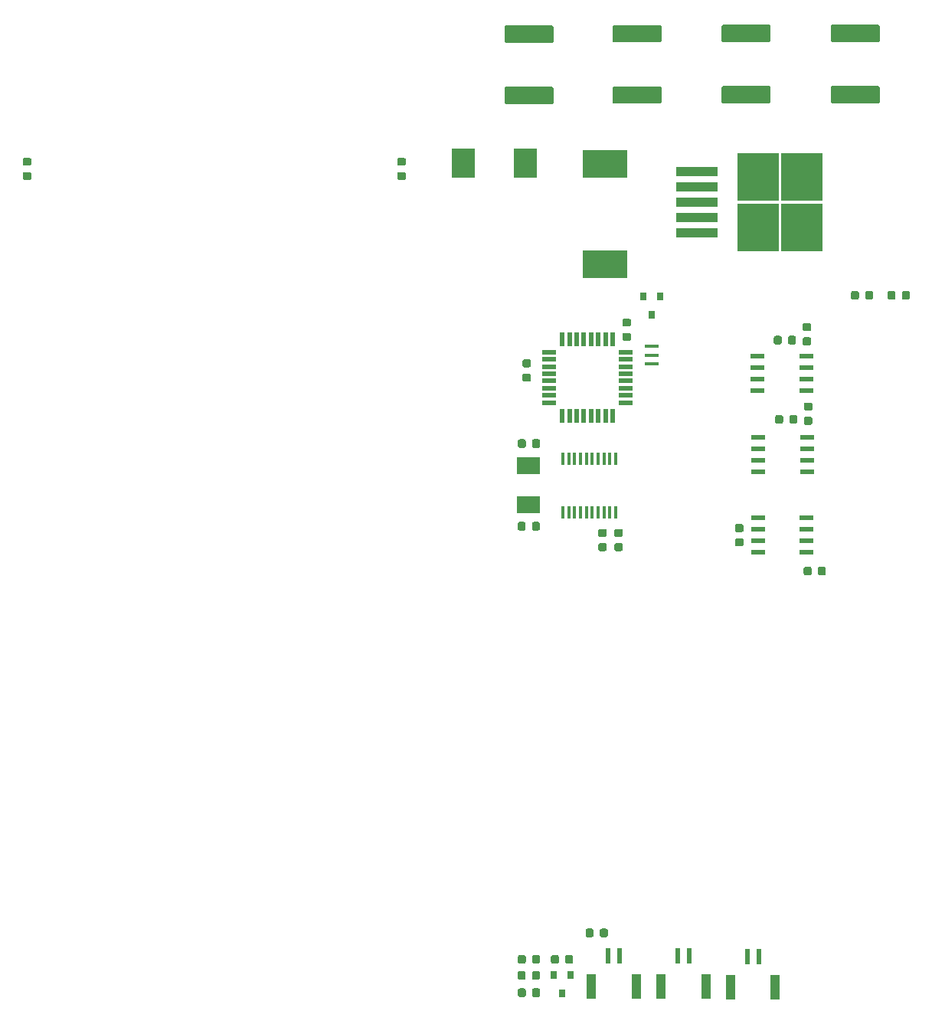
<source format=gbr>
G04 #@! TF.GenerationSoftware,KiCad,Pcbnew,(5.0.1)-3*
G04 #@! TF.CreationDate,2018-11-05T16:43:38-06:00*
G04 #@! TF.ProjectId,power_board,706F7765725F626F6172642E6B696361,rev?*
G04 #@! TF.SameCoordinates,Original*
G04 #@! TF.FileFunction,Paste,Top*
G04 #@! TF.FilePolarity,Positive*
%FSLAX46Y46*%
G04 Gerber Fmt 4.6, Leading zero omitted, Abs format (unit mm)*
G04 Created by KiCad (PCBNEW (5.0.1)-3) date 11/5/2018 4:43:38 PM*
%MOMM*%
%LPD*%
G01*
G04 APERTURE LIST*
%ADD10R,2.500000X3.300000*%
%ADD11C,0.100000*%
%ADD12C,1.925000*%
%ADD13R,0.600000X1.700000*%
%ADD14R,1.000000X2.800000*%
%ADD15C,0.875000*%
%ADD16R,0.800000X0.900000*%
%ADD17R,1.550000X0.600000*%
%ADD18R,2.500000X1.900000*%
%ADD19R,1.600000X0.300000*%
%ADD20R,5.000000X3.100000*%
%ADD21R,4.600000X1.100000*%
%ADD22R,4.550000X5.250000*%
%ADD23R,1.600000X0.550000*%
%ADD24R,0.550000X1.600000*%
%ADD25R,0.450000X1.450000*%
G04 APERTURE END LIST*
D10*
G04 #@! TO.C,D2*
X182575200Y-56134000D03*
X175775200Y-56134000D03*
G04 #@! TD*
D11*
G04 #@! TO.C,F3*
G36*
X209509505Y-47596704D02*
X209533773Y-47600304D01*
X209557572Y-47606265D01*
X209580671Y-47614530D01*
X209602850Y-47625020D01*
X209623893Y-47637632D01*
X209643599Y-47652247D01*
X209661777Y-47668723D01*
X209678253Y-47686901D01*
X209692868Y-47706607D01*
X209705480Y-47727650D01*
X209715970Y-47749829D01*
X209724235Y-47772928D01*
X209730196Y-47796727D01*
X209733796Y-47820995D01*
X209735000Y-47845499D01*
X209735000Y-49270501D01*
X209733796Y-49295005D01*
X209730196Y-49319273D01*
X209724235Y-49343072D01*
X209715970Y-49366171D01*
X209705480Y-49388350D01*
X209692868Y-49409393D01*
X209678253Y-49429099D01*
X209661777Y-49447277D01*
X209643599Y-49463753D01*
X209623893Y-49478368D01*
X209602850Y-49490980D01*
X209580671Y-49501470D01*
X209557572Y-49509735D01*
X209533773Y-49515696D01*
X209509505Y-49519296D01*
X209485001Y-49520500D01*
X204534999Y-49520500D01*
X204510495Y-49519296D01*
X204486227Y-49515696D01*
X204462428Y-49509735D01*
X204439329Y-49501470D01*
X204417150Y-49490980D01*
X204396107Y-49478368D01*
X204376401Y-49463753D01*
X204358223Y-49447277D01*
X204341747Y-49429099D01*
X204327132Y-49409393D01*
X204314520Y-49388350D01*
X204304030Y-49366171D01*
X204295765Y-49343072D01*
X204289804Y-49319273D01*
X204286204Y-49295005D01*
X204285000Y-49270501D01*
X204285000Y-47845499D01*
X204286204Y-47820995D01*
X204289804Y-47796727D01*
X204295765Y-47772928D01*
X204304030Y-47749829D01*
X204314520Y-47727650D01*
X204327132Y-47706607D01*
X204341747Y-47686901D01*
X204358223Y-47668723D01*
X204376401Y-47652247D01*
X204396107Y-47637632D01*
X204417150Y-47625020D01*
X204439329Y-47614530D01*
X204462428Y-47606265D01*
X204486227Y-47600304D01*
X204510495Y-47596704D01*
X204534999Y-47595500D01*
X209485001Y-47595500D01*
X209509505Y-47596704D01*
X209509505Y-47596704D01*
G37*
D12*
X207010000Y-48558000D03*
D11*
G36*
X209509505Y-40821704D02*
X209533773Y-40825304D01*
X209557572Y-40831265D01*
X209580671Y-40839530D01*
X209602850Y-40850020D01*
X209623893Y-40862632D01*
X209643599Y-40877247D01*
X209661777Y-40893723D01*
X209678253Y-40911901D01*
X209692868Y-40931607D01*
X209705480Y-40952650D01*
X209715970Y-40974829D01*
X209724235Y-40997928D01*
X209730196Y-41021727D01*
X209733796Y-41045995D01*
X209735000Y-41070499D01*
X209735000Y-42495501D01*
X209733796Y-42520005D01*
X209730196Y-42544273D01*
X209724235Y-42568072D01*
X209715970Y-42591171D01*
X209705480Y-42613350D01*
X209692868Y-42634393D01*
X209678253Y-42654099D01*
X209661777Y-42672277D01*
X209643599Y-42688753D01*
X209623893Y-42703368D01*
X209602850Y-42715980D01*
X209580671Y-42726470D01*
X209557572Y-42734735D01*
X209533773Y-42740696D01*
X209509505Y-42744296D01*
X209485001Y-42745500D01*
X204534999Y-42745500D01*
X204510495Y-42744296D01*
X204486227Y-42740696D01*
X204462428Y-42734735D01*
X204439329Y-42726470D01*
X204417150Y-42715980D01*
X204396107Y-42703368D01*
X204376401Y-42688753D01*
X204358223Y-42672277D01*
X204341747Y-42654099D01*
X204327132Y-42634393D01*
X204314520Y-42613350D01*
X204304030Y-42591171D01*
X204295765Y-42568072D01*
X204289804Y-42544273D01*
X204286204Y-42520005D01*
X204285000Y-42495501D01*
X204285000Y-41070499D01*
X204286204Y-41045995D01*
X204289804Y-41021727D01*
X204295765Y-40997928D01*
X204304030Y-40974829D01*
X204314520Y-40952650D01*
X204327132Y-40931607D01*
X204341747Y-40911901D01*
X204358223Y-40893723D01*
X204376401Y-40877247D01*
X204396107Y-40862632D01*
X204417150Y-40850020D01*
X204439329Y-40839530D01*
X204462428Y-40831265D01*
X204486227Y-40825304D01*
X204510495Y-40821704D01*
X204534999Y-40820500D01*
X209485001Y-40820500D01*
X209509505Y-40821704D01*
X209509505Y-40821704D01*
G37*
D12*
X207010000Y-41783000D03*
G04 #@! TD*
D11*
G04 #@! TO.C,F4*
G36*
X197444505Y-40863204D02*
X197468773Y-40866804D01*
X197492572Y-40872765D01*
X197515671Y-40881030D01*
X197537850Y-40891520D01*
X197558893Y-40904132D01*
X197578599Y-40918747D01*
X197596777Y-40935223D01*
X197613253Y-40953401D01*
X197627868Y-40973107D01*
X197640480Y-40994150D01*
X197650970Y-41016329D01*
X197659235Y-41039428D01*
X197665196Y-41063227D01*
X197668796Y-41087495D01*
X197670000Y-41111999D01*
X197670000Y-42537001D01*
X197668796Y-42561505D01*
X197665196Y-42585773D01*
X197659235Y-42609572D01*
X197650970Y-42632671D01*
X197640480Y-42654850D01*
X197627868Y-42675893D01*
X197613253Y-42695599D01*
X197596777Y-42713777D01*
X197578599Y-42730253D01*
X197558893Y-42744868D01*
X197537850Y-42757480D01*
X197515671Y-42767970D01*
X197492572Y-42776235D01*
X197468773Y-42782196D01*
X197444505Y-42785796D01*
X197420001Y-42787000D01*
X192469999Y-42787000D01*
X192445495Y-42785796D01*
X192421227Y-42782196D01*
X192397428Y-42776235D01*
X192374329Y-42767970D01*
X192352150Y-42757480D01*
X192331107Y-42744868D01*
X192311401Y-42730253D01*
X192293223Y-42713777D01*
X192276747Y-42695599D01*
X192262132Y-42675893D01*
X192249520Y-42654850D01*
X192239030Y-42632671D01*
X192230765Y-42609572D01*
X192224804Y-42585773D01*
X192221204Y-42561505D01*
X192220000Y-42537001D01*
X192220000Y-41111999D01*
X192221204Y-41087495D01*
X192224804Y-41063227D01*
X192230765Y-41039428D01*
X192239030Y-41016329D01*
X192249520Y-40994150D01*
X192262132Y-40973107D01*
X192276747Y-40953401D01*
X192293223Y-40935223D01*
X192311401Y-40918747D01*
X192331107Y-40904132D01*
X192352150Y-40891520D01*
X192374329Y-40881030D01*
X192397428Y-40872765D01*
X192421227Y-40866804D01*
X192445495Y-40863204D01*
X192469999Y-40862000D01*
X197420001Y-40862000D01*
X197444505Y-40863204D01*
X197444505Y-40863204D01*
G37*
D12*
X194945000Y-41824500D03*
D11*
G36*
X197444505Y-47638204D02*
X197468773Y-47641804D01*
X197492572Y-47647765D01*
X197515671Y-47656030D01*
X197537850Y-47666520D01*
X197558893Y-47679132D01*
X197578599Y-47693747D01*
X197596777Y-47710223D01*
X197613253Y-47728401D01*
X197627868Y-47748107D01*
X197640480Y-47769150D01*
X197650970Y-47791329D01*
X197659235Y-47814428D01*
X197665196Y-47838227D01*
X197668796Y-47862495D01*
X197670000Y-47886999D01*
X197670000Y-49312001D01*
X197668796Y-49336505D01*
X197665196Y-49360773D01*
X197659235Y-49384572D01*
X197650970Y-49407671D01*
X197640480Y-49429850D01*
X197627868Y-49450893D01*
X197613253Y-49470599D01*
X197596777Y-49488777D01*
X197578599Y-49505253D01*
X197558893Y-49519868D01*
X197537850Y-49532480D01*
X197515671Y-49542970D01*
X197492572Y-49551235D01*
X197468773Y-49557196D01*
X197444505Y-49560796D01*
X197420001Y-49562000D01*
X192469999Y-49562000D01*
X192445495Y-49560796D01*
X192421227Y-49557196D01*
X192397428Y-49551235D01*
X192374329Y-49542970D01*
X192352150Y-49532480D01*
X192331107Y-49519868D01*
X192311401Y-49505253D01*
X192293223Y-49488777D01*
X192276747Y-49470599D01*
X192262132Y-49450893D01*
X192249520Y-49429850D01*
X192239030Y-49407671D01*
X192230765Y-49384572D01*
X192224804Y-49360773D01*
X192221204Y-49336505D01*
X192220000Y-49312001D01*
X192220000Y-47886999D01*
X192221204Y-47862495D01*
X192224804Y-47838227D01*
X192230765Y-47814428D01*
X192239030Y-47791329D01*
X192249520Y-47769150D01*
X192262132Y-47748107D01*
X192276747Y-47728401D01*
X192293223Y-47710223D01*
X192311401Y-47693747D01*
X192331107Y-47679132D01*
X192352150Y-47666520D01*
X192374329Y-47656030D01*
X192397428Y-47647765D01*
X192421227Y-47641804D01*
X192445495Y-47638204D01*
X192469999Y-47637000D01*
X197420001Y-47637000D01*
X197444505Y-47638204D01*
X197444505Y-47638204D01*
G37*
D12*
X194945000Y-48599500D03*
G04 #@! TD*
D11*
G04 #@! TO.C,F1*
G36*
X221574505Y-47596704D02*
X221598773Y-47600304D01*
X221622572Y-47606265D01*
X221645671Y-47614530D01*
X221667850Y-47625020D01*
X221688893Y-47637632D01*
X221708599Y-47652247D01*
X221726777Y-47668723D01*
X221743253Y-47686901D01*
X221757868Y-47706607D01*
X221770480Y-47727650D01*
X221780970Y-47749829D01*
X221789235Y-47772928D01*
X221795196Y-47796727D01*
X221798796Y-47820995D01*
X221800000Y-47845499D01*
X221800000Y-49270501D01*
X221798796Y-49295005D01*
X221795196Y-49319273D01*
X221789235Y-49343072D01*
X221780970Y-49366171D01*
X221770480Y-49388350D01*
X221757868Y-49409393D01*
X221743253Y-49429099D01*
X221726777Y-49447277D01*
X221708599Y-49463753D01*
X221688893Y-49478368D01*
X221667850Y-49490980D01*
X221645671Y-49501470D01*
X221622572Y-49509735D01*
X221598773Y-49515696D01*
X221574505Y-49519296D01*
X221550001Y-49520500D01*
X216599999Y-49520500D01*
X216575495Y-49519296D01*
X216551227Y-49515696D01*
X216527428Y-49509735D01*
X216504329Y-49501470D01*
X216482150Y-49490980D01*
X216461107Y-49478368D01*
X216441401Y-49463753D01*
X216423223Y-49447277D01*
X216406747Y-49429099D01*
X216392132Y-49409393D01*
X216379520Y-49388350D01*
X216369030Y-49366171D01*
X216360765Y-49343072D01*
X216354804Y-49319273D01*
X216351204Y-49295005D01*
X216350000Y-49270501D01*
X216350000Y-47845499D01*
X216351204Y-47820995D01*
X216354804Y-47796727D01*
X216360765Y-47772928D01*
X216369030Y-47749829D01*
X216379520Y-47727650D01*
X216392132Y-47706607D01*
X216406747Y-47686901D01*
X216423223Y-47668723D01*
X216441401Y-47652247D01*
X216461107Y-47637632D01*
X216482150Y-47625020D01*
X216504329Y-47614530D01*
X216527428Y-47606265D01*
X216551227Y-47600304D01*
X216575495Y-47596704D01*
X216599999Y-47595500D01*
X221550001Y-47595500D01*
X221574505Y-47596704D01*
X221574505Y-47596704D01*
G37*
D12*
X219075000Y-48558000D03*
D11*
G36*
X221574505Y-40821704D02*
X221598773Y-40825304D01*
X221622572Y-40831265D01*
X221645671Y-40839530D01*
X221667850Y-40850020D01*
X221688893Y-40862632D01*
X221708599Y-40877247D01*
X221726777Y-40893723D01*
X221743253Y-40911901D01*
X221757868Y-40931607D01*
X221770480Y-40952650D01*
X221780970Y-40974829D01*
X221789235Y-40997928D01*
X221795196Y-41021727D01*
X221798796Y-41045995D01*
X221800000Y-41070499D01*
X221800000Y-42495501D01*
X221798796Y-42520005D01*
X221795196Y-42544273D01*
X221789235Y-42568072D01*
X221780970Y-42591171D01*
X221770480Y-42613350D01*
X221757868Y-42634393D01*
X221743253Y-42654099D01*
X221726777Y-42672277D01*
X221708599Y-42688753D01*
X221688893Y-42703368D01*
X221667850Y-42715980D01*
X221645671Y-42726470D01*
X221622572Y-42734735D01*
X221598773Y-42740696D01*
X221574505Y-42744296D01*
X221550001Y-42745500D01*
X216599999Y-42745500D01*
X216575495Y-42744296D01*
X216551227Y-42740696D01*
X216527428Y-42734735D01*
X216504329Y-42726470D01*
X216482150Y-42715980D01*
X216461107Y-42703368D01*
X216441401Y-42688753D01*
X216423223Y-42672277D01*
X216406747Y-42654099D01*
X216392132Y-42634393D01*
X216379520Y-42613350D01*
X216369030Y-42591171D01*
X216360765Y-42568072D01*
X216354804Y-42544273D01*
X216351204Y-42520005D01*
X216350000Y-42495501D01*
X216350000Y-41070499D01*
X216351204Y-41045995D01*
X216354804Y-41021727D01*
X216360765Y-40997928D01*
X216369030Y-40974829D01*
X216379520Y-40952650D01*
X216392132Y-40931607D01*
X216406747Y-40911901D01*
X216423223Y-40893723D01*
X216441401Y-40877247D01*
X216461107Y-40862632D01*
X216482150Y-40850020D01*
X216504329Y-40839530D01*
X216527428Y-40831265D01*
X216551227Y-40825304D01*
X216575495Y-40821704D01*
X216599999Y-40820500D01*
X221550001Y-40820500D01*
X221574505Y-40821704D01*
X221574505Y-40821704D01*
G37*
D12*
X219075000Y-41783000D03*
G04 #@! TD*
D11*
G04 #@! TO.C,F2*
G36*
X185506505Y-40904704D02*
X185530773Y-40908304D01*
X185554572Y-40914265D01*
X185577671Y-40922530D01*
X185599850Y-40933020D01*
X185620893Y-40945632D01*
X185640599Y-40960247D01*
X185658777Y-40976723D01*
X185675253Y-40994901D01*
X185689868Y-41014607D01*
X185702480Y-41035650D01*
X185712970Y-41057829D01*
X185721235Y-41080928D01*
X185727196Y-41104727D01*
X185730796Y-41128995D01*
X185732000Y-41153499D01*
X185732000Y-42578501D01*
X185730796Y-42603005D01*
X185727196Y-42627273D01*
X185721235Y-42651072D01*
X185712970Y-42674171D01*
X185702480Y-42696350D01*
X185689868Y-42717393D01*
X185675253Y-42737099D01*
X185658777Y-42755277D01*
X185640599Y-42771753D01*
X185620893Y-42786368D01*
X185599850Y-42798980D01*
X185577671Y-42809470D01*
X185554572Y-42817735D01*
X185530773Y-42823696D01*
X185506505Y-42827296D01*
X185482001Y-42828500D01*
X180531999Y-42828500D01*
X180507495Y-42827296D01*
X180483227Y-42823696D01*
X180459428Y-42817735D01*
X180436329Y-42809470D01*
X180414150Y-42798980D01*
X180393107Y-42786368D01*
X180373401Y-42771753D01*
X180355223Y-42755277D01*
X180338747Y-42737099D01*
X180324132Y-42717393D01*
X180311520Y-42696350D01*
X180301030Y-42674171D01*
X180292765Y-42651072D01*
X180286804Y-42627273D01*
X180283204Y-42603005D01*
X180282000Y-42578501D01*
X180282000Y-41153499D01*
X180283204Y-41128995D01*
X180286804Y-41104727D01*
X180292765Y-41080928D01*
X180301030Y-41057829D01*
X180311520Y-41035650D01*
X180324132Y-41014607D01*
X180338747Y-40994901D01*
X180355223Y-40976723D01*
X180373401Y-40960247D01*
X180393107Y-40945632D01*
X180414150Y-40933020D01*
X180436329Y-40922530D01*
X180459428Y-40914265D01*
X180483227Y-40908304D01*
X180507495Y-40904704D01*
X180531999Y-40903500D01*
X185482001Y-40903500D01*
X185506505Y-40904704D01*
X185506505Y-40904704D01*
G37*
D12*
X183007000Y-41866000D03*
D11*
G36*
X185506505Y-47679704D02*
X185530773Y-47683304D01*
X185554572Y-47689265D01*
X185577671Y-47697530D01*
X185599850Y-47708020D01*
X185620893Y-47720632D01*
X185640599Y-47735247D01*
X185658777Y-47751723D01*
X185675253Y-47769901D01*
X185689868Y-47789607D01*
X185702480Y-47810650D01*
X185712970Y-47832829D01*
X185721235Y-47855928D01*
X185727196Y-47879727D01*
X185730796Y-47903995D01*
X185732000Y-47928499D01*
X185732000Y-49353501D01*
X185730796Y-49378005D01*
X185727196Y-49402273D01*
X185721235Y-49426072D01*
X185712970Y-49449171D01*
X185702480Y-49471350D01*
X185689868Y-49492393D01*
X185675253Y-49512099D01*
X185658777Y-49530277D01*
X185640599Y-49546753D01*
X185620893Y-49561368D01*
X185599850Y-49573980D01*
X185577671Y-49584470D01*
X185554572Y-49592735D01*
X185530773Y-49598696D01*
X185506505Y-49602296D01*
X185482001Y-49603500D01*
X180531999Y-49603500D01*
X180507495Y-49602296D01*
X180483227Y-49598696D01*
X180459428Y-49592735D01*
X180436329Y-49584470D01*
X180414150Y-49573980D01*
X180393107Y-49561368D01*
X180373401Y-49546753D01*
X180355223Y-49530277D01*
X180338747Y-49512099D01*
X180324132Y-49492393D01*
X180311520Y-49471350D01*
X180301030Y-49449171D01*
X180292765Y-49426072D01*
X180286804Y-49402273D01*
X180283204Y-49378005D01*
X180282000Y-49353501D01*
X180282000Y-47928499D01*
X180283204Y-47903995D01*
X180286804Y-47879727D01*
X180292765Y-47855928D01*
X180301030Y-47832829D01*
X180311520Y-47810650D01*
X180324132Y-47789607D01*
X180338747Y-47769901D01*
X180355223Y-47751723D01*
X180373401Y-47735247D01*
X180393107Y-47720632D01*
X180414150Y-47708020D01*
X180436329Y-47697530D01*
X180459428Y-47689265D01*
X180483227Y-47683304D01*
X180507495Y-47679704D01*
X180531999Y-47678500D01*
X185482001Y-47678500D01*
X185506505Y-47679704D01*
X185506505Y-47679704D01*
G37*
D12*
X183007000Y-48641000D03*
G04 #@! TD*
D13*
G04 #@! TO.C,J5*
X200712000Y-143795080D03*
X199462000Y-143795080D03*
D14*
X202562000Y-147145080D03*
X197612000Y-147145080D03*
G04 #@! TD*
G04 #@! TO.C,J4*
X189926920Y-147145080D03*
X194876920Y-147145080D03*
D13*
X191776920Y-143795080D03*
X193026920Y-143795080D03*
G04 #@! TD*
D11*
G04 #@! TO.C,R5*
G36*
X184034691Y-143671053D02*
X184055926Y-143674203D01*
X184076750Y-143679419D01*
X184096962Y-143686651D01*
X184116368Y-143695830D01*
X184134781Y-143706866D01*
X184152024Y-143719654D01*
X184167930Y-143734070D01*
X184182346Y-143749976D01*
X184195134Y-143767219D01*
X184206170Y-143785632D01*
X184215349Y-143805038D01*
X184222581Y-143825250D01*
X184227797Y-143846074D01*
X184230947Y-143867309D01*
X184232000Y-143888750D01*
X184232000Y-144401250D01*
X184230947Y-144422691D01*
X184227797Y-144443926D01*
X184222581Y-144464750D01*
X184215349Y-144484962D01*
X184206170Y-144504368D01*
X184195134Y-144522781D01*
X184182346Y-144540024D01*
X184167930Y-144555930D01*
X184152024Y-144570346D01*
X184134781Y-144583134D01*
X184116368Y-144594170D01*
X184096962Y-144603349D01*
X184076750Y-144610581D01*
X184055926Y-144615797D01*
X184034691Y-144618947D01*
X184013250Y-144620000D01*
X183575750Y-144620000D01*
X183554309Y-144618947D01*
X183533074Y-144615797D01*
X183512250Y-144610581D01*
X183492038Y-144603349D01*
X183472632Y-144594170D01*
X183454219Y-144583134D01*
X183436976Y-144570346D01*
X183421070Y-144555930D01*
X183406654Y-144540024D01*
X183393866Y-144522781D01*
X183382830Y-144504368D01*
X183373651Y-144484962D01*
X183366419Y-144464750D01*
X183361203Y-144443926D01*
X183358053Y-144422691D01*
X183357000Y-144401250D01*
X183357000Y-143888750D01*
X183358053Y-143867309D01*
X183361203Y-143846074D01*
X183366419Y-143825250D01*
X183373651Y-143805038D01*
X183382830Y-143785632D01*
X183393866Y-143767219D01*
X183406654Y-143749976D01*
X183421070Y-143734070D01*
X183436976Y-143719654D01*
X183454219Y-143706866D01*
X183472632Y-143695830D01*
X183492038Y-143686651D01*
X183512250Y-143679419D01*
X183533074Y-143674203D01*
X183554309Y-143671053D01*
X183575750Y-143670000D01*
X184013250Y-143670000D01*
X184034691Y-143671053D01*
X184034691Y-143671053D01*
G37*
D15*
X183794500Y-144145000D03*
D11*
G36*
X182459691Y-143671053D02*
X182480926Y-143674203D01*
X182501750Y-143679419D01*
X182521962Y-143686651D01*
X182541368Y-143695830D01*
X182559781Y-143706866D01*
X182577024Y-143719654D01*
X182592930Y-143734070D01*
X182607346Y-143749976D01*
X182620134Y-143767219D01*
X182631170Y-143785632D01*
X182640349Y-143805038D01*
X182647581Y-143825250D01*
X182652797Y-143846074D01*
X182655947Y-143867309D01*
X182657000Y-143888750D01*
X182657000Y-144401250D01*
X182655947Y-144422691D01*
X182652797Y-144443926D01*
X182647581Y-144464750D01*
X182640349Y-144484962D01*
X182631170Y-144504368D01*
X182620134Y-144522781D01*
X182607346Y-144540024D01*
X182592930Y-144555930D01*
X182577024Y-144570346D01*
X182559781Y-144583134D01*
X182541368Y-144594170D01*
X182521962Y-144603349D01*
X182501750Y-144610581D01*
X182480926Y-144615797D01*
X182459691Y-144618947D01*
X182438250Y-144620000D01*
X182000750Y-144620000D01*
X181979309Y-144618947D01*
X181958074Y-144615797D01*
X181937250Y-144610581D01*
X181917038Y-144603349D01*
X181897632Y-144594170D01*
X181879219Y-144583134D01*
X181861976Y-144570346D01*
X181846070Y-144555930D01*
X181831654Y-144540024D01*
X181818866Y-144522781D01*
X181807830Y-144504368D01*
X181798651Y-144484962D01*
X181791419Y-144464750D01*
X181786203Y-144443926D01*
X181783053Y-144422691D01*
X181782000Y-144401250D01*
X181782000Y-143888750D01*
X181783053Y-143867309D01*
X181786203Y-143846074D01*
X181791419Y-143825250D01*
X181798651Y-143805038D01*
X181807830Y-143785632D01*
X181818866Y-143767219D01*
X181831654Y-143749976D01*
X181846070Y-143734070D01*
X181861976Y-143719654D01*
X181879219Y-143706866D01*
X181897632Y-143695830D01*
X181917038Y-143686651D01*
X181937250Y-143679419D01*
X181958074Y-143674203D01*
X181979309Y-143671053D01*
X182000750Y-143670000D01*
X182438250Y-143670000D01*
X182459691Y-143671053D01*
X182459691Y-143671053D01*
G37*
D15*
X182219500Y-144145000D03*
G04 #@! TD*
D11*
G04 #@! TO.C,R4*
G36*
X184009191Y-145449053D02*
X184030426Y-145452203D01*
X184051250Y-145457419D01*
X184071462Y-145464651D01*
X184090868Y-145473830D01*
X184109281Y-145484866D01*
X184126524Y-145497654D01*
X184142430Y-145512070D01*
X184156846Y-145527976D01*
X184169634Y-145545219D01*
X184180670Y-145563632D01*
X184189849Y-145583038D01*
X184197081Y-145603250D01*
X184202297Y-145624074D01*
X184205447Y-145645309D01*
X184206500Y-145666750D01*
X184206500Y-146179250D01*
X184205447Y-146200691D01*
X184202297Y-146221926D01*
X184197081Y-146242750D01*
X184189849Y-146262962D01*
X184180670Y-146282368D01*
X184169634Y-146300781D01*
X184156846Y-146318024D01*
X184142430Y-146333930D01*
X184126524Y-146348346D01*
X184109281Y-146361134D01*
X184090868Y-146372170D01*
X184071462Y-146381349D01*
X184051250Y-146388581D01*
X184030426Y-146393797D01*
X184009191Y-146396947D01*
X183987750Y-146398000D01*
X183550250Y-146398000D01*
X183528809Y-146396947D01*
X183507574Y-146393797D01*
X183486750Y-146388581D01*
X183466538Y-146381349D01*
X183447132Y-146372170D01*
X183428719Y-146361134D01*
X183411476Y-146348346D01*
X183395570Y-146333930D01*
X183381154Y-146318024D01*
X183368366Y-146300781D01*
X183357330Y-146282368D01*
X183348151Y-146262962D01*
X183340919Y-146242750D01*
X183335703Y-146221926D01*
X183332553Y-146200691D01*
X183331500Y-146179250D01*
X183331500Y-145666750D01*
X183332553Y-145645309D01*
X183335703Y-145624074D01*
X183340919Y-145603250D01*
X183348151Y-145583038D01*
X183357330Y-145563632D01*
X183368366Y-145545219D01*
X183381154Y-145527976D01*
X183395570Y-145512070D01*
X183411476Y-145497654D01*
X183428719Y-145484866D01*
X183447132Y-145473830D01*
X183466538Y-145464651D01*
X183486750Y-145457419D01*
X183507574Y-145452203D01*
X183528809Y-145449053D01*
X183550250Y-145448000D01*
X183987750Y-145448000D01*
X184009191Y-145449053D01*
X184009191Y-145449053D01*
G37*
D15*
X183769000Y-145923000D03*
D11*
G36*
X182434191Y-145449053D02*
X182455426Y-145452203D01*
X182476250Y-145457419D01*
X182496462Y-145464651D01*
X182515868Y-145473830D01*
X182534281Y-145484866D01*
X182551524Y-145497654D01*
X182567430Y-145512070D01*
X182581846Y-145527976D01*
X182594634Y-145545219D01*
X182605670Y-145563632D01*
X182614849Y-145583038D01*
X182622081Y-145603250D01*
X182627297Y-145624074D01*
X182630447Y-145645309D01*
X182631500Y-145666750D01*
X182631500Y-146179250D01*
X182630447Y-146200691D01*
X182627297Y-146221926D01*
X182622081Y-146242750D01*
X182614849Y-146262962D01*
X182605670Y-146282368D01*
X182594634Y-146300781D01*
X182581846Y-146318024D01*
X182567430Y-146333930D01*
X182551524Y-146348346D01*
X182534281Y-146361134D01*
X182515868Y-146372170D01*
X182496462Y-146381349D01*
X182476250Y-146388581D01*
X182455426Y-146393797D01*
X182434191Y-146396947D01*
X182412750Y-146398000D01*
X181975250Y-146398000D01*
X181953809Y-146396947D01*
X181932574Y-146393797D01*
X181911750Y-146388581D01*
X181891538Y-146381349D01*
X181872132Y-146372170D01*
X181853719Y-146361134D01*
X181836476Y-146348346D01*
X181820570Y-146333930D01*
X181806154Y-146318024D01*
X181793366Y-146300781D01*
X181782330Y-146282368D01*
X181773151Y-146262962D01*
X181765919Y-146242750D01*
X181760703Y-146221926D01*
X181757553Y-146200691D01*
X181756500Y-146179250D01*
X181756500Y-145666750D01*
X181757553Y-145645309D01*
X181760703Y-145624074D01*
X181765919Y-145603250D01*
X181773151Y-145583038D01*
X181782330Y-145563632D01*
X181793366Y-145545219D01*
X181806154Y-145527976D01*
X181820570Y-145512070D01*
X181836476Y-145497654D01*
X181853719Y-145484866D01*
X181872132Y-145473830D01*
X181891538Y-145464651D01*
X181911750Y-145457419D01*
X181932574Y-145452203D01*
X181953809Y-145449053D01*
X181975250Y-145448000D01*
X182412750Y-145448000D01*
X182434191Y-145449053D01*
X182434191Y-145449053D01*
G37*
D15*
X182194000Y-145923000D03*
G04 #@! TD*
D11*
G04 #@! TO.C,R2*
G36*
X191527691Y-140750053D02*
X191548926Y-140753203D01*
X191569750Y-140758419D01*
X191589962Y-140765651D01*
X191609368Y-140774830D01*
X191627781Y-140785866D01*
X191645024Y-140798654D01*
X191660930Y-140813070D01*
X191675346Y-140828976D01*
X191688134Y-140846219D01*
X191699170Y-140864632D01*
X191708349Y-140884038D01*
X191715581Y-140904250D01*
X191720797Y-140925074D01*
X191723947Y-140946309D01*
X191725000Y-140967750D01*
X191725000Y-141480250D01*
X191723947Y-141501691D01*
X191720797Y-141522926D01*
X191715581Y-141543750D01*
X191708349Y-141563962D01*
X191699170Y-141583368D01*
X191688134Y-141601781D01*
X191675346Y-141619024D01*
X191660930Y-141634930D01*
X191645024Y-141649346D01*
X191627781Y-141662134D01*
X191609368Y-141673170D01*
X191589962Y-141682349D01*
X191569750Y-141689581D01*
X191548926Y-141694797D01*
X191527691Y-141697947D01*
X191506250Y-141699000D01*
X191068750Y-141699000D01*
X191047309Y-141697947D01*
X191026074Y-141694797D01*
X191005250Y-141689581D01*
X190985038Y-141682349D01*
X190965632Y-141673170D01*
X190947219Y-141662134D01*
X190929976Y-141649346D01*
X190914070Y-141634930D01*
X190899654Y-141619024D01*
X190886866Y-141601781D01*
X190875830Y-141583368D01*
X190866651Y-141563962D01*
X190859419Y-141543750D01*
X190854203Y-141522926D01*
X190851053Y-141501691D01*
X190850000Y-141480250D01*
X190850000Y-140967750D01*
X190851053Y-140946309D01*
X190854203Y-140925074D01*
X190859419Y-140904250D01*
X190866651Y-140884038D01*
X190875830Y-140864632D01*
X190886866Y-140846219D01*
X190899654Y-140828976D01*
X190914070Y-140813070D01*
X190929976Y-140798654D01*
X190947219Y-140785866D01*
X190965632Y-140774830D01*
X190985038Y-140765651D01*
X191005250Y-140758419D01*
X191026074Y-140753203D01*
X191047309Y-140750053D01*
X191068750Y-140749000D01*
X191506250Y-140749000D01*
X191527691Y-140750053D01*
X191527691Y-140750053D01*
G37*
D15*
X191287500Y-141224000D03*
D11*
G36*
X189952691Y-140750053D02*
X189973926Y-140753203D01*
X189994750Y-140758419D01*
X190014962Y-140765651D01*
X190034368Y-140774830D01*
X190052781Y-140785866D01*
X190070024Y-140798654D01*
X190085930Y-140813070D01*
X190100346Y-140828976D01*
X190113134Y-140846219D01*
X190124170Y-140864632D01*
X190133349Y-140884038D01*
X190140581Y-140904250D01*
X190145797Y-140925074D01*
X190148947Y-140946309D01*
X190150000Y-140967750D01*
X190150000Y-141480250D01*
X190148947Y-141501691D01*
X190145797Y-141522926D01*
X190140581Y-141543750D01*
X190133349Y-141563962D01*
X190124170Y-141583368D01*
X190113134Y-141601781D01*
X190100346Y-141619024D01*
X190085930Y-141634930D01*
X190070024Y-141649346D01*
X190052781Y-141662134D01*
X190034368Y-141673170D01*
X190014962Y-141682349D01*
X189994750Y-141689581D01*
X189973926Y-141694797D01*
X189952691Y-141697947D01*
X189931250Y-141699000D01*
X189493750Y-141699000D01*
X189472309Y-141697947D01*
X189451074Y-141694797D01*
X189430250Y-141689581D01*
X189410038Y-141682349D01*
X189390632Y-141673170D01*
X189372219Y-141662134D01*
X189354976Y-141649346D01*
X189339070Y-141634930D01*
X189324654Y-141619024D01*
X189311866Y-141601781D01*
X189300830Y-141583368D01*
X189291651Y-141563962D01*
X189284419Y-141543750D01*
X189279203Y-141522926D01*
X189276053Y-141501691D01*
X189275000Y-141480250D01*
X189275000Y-140967750D01*
X189276053Y-140946309D01*
X189279203Y-140925074D01*
X189284419Y-140904250D01*
X189291651Y-140884038D01*
X189300830Y-140864632D01*
X189311866Y-140846219D01*
X189324654Y-140828976D01*
X189339070Y-140813070D01*
X189354976Y-140798654D01*
X189372219Y-140785866D01*
X189390632Y-140774830D01*
X189410038Y-140765651D01*
X189430250Y-140758419D01*
X189451074Y-140753203D01*
X189472309Y-140750053D01*
X189493750Y-140749000D01*
X189931250Y-140749000D01*
X189952691Y-140750053D01*
X189952691Y-140750053D01*
G37*
D15*
X189712500Y-141224000D03*
G04 #@! TD*
D11*
G04 #@! TO.C,R3*
G36*
X186117191Y-143671053D02*
X186138426Y-143674203D01*
X186159250Y-143679419D01*
X186179462Y-143686651D01*
X186198868Y-143695830D01*
X186217281Y-143706866D01*
X186234524Y-143719654D01*
X186250430Y-143734070D01*
X186264846Y-143749976D01*
X186277634Y-143767219D01*
X186288670Y-143785632D01*
X186297849Y-143805038D01*
X186305081Y-143825250D01*
X186310297Y-143846074D01*
X186313447Y-143867309D01*
X186314500Y-143888750D01*
X186314500Y-144401250D01*
X186313447Y-144422691D01*
X186310297Y-144443926D01*
X186305081Y-144464750D01*
X186297849Y-144484962D01*
X186288670Y-144504368D01*
X186277634Y-144522781D01*
X186264846Y-144540024D01*
X186250430Y-144555930D01*
X186234524Y-144570346D01*
X186217281Y-144583134D01*
X186198868Y-144594170D01*
X186179462Y-144603349D01*
X186159250Y-144610581D01*
X186138426Y-144615797D01*
X186117191Y-144618947D01*
X186095750Y-144620000D01*
X185658250Y-144620000D01*
X185636809Y-144618947D01*
X185615574Y-144615797D01*
X185594750Y-144610581D01*
X185574538Y-144603349D01*
X185555132Y-144594170D01*
X185536719Y-144583134D01*
X185519476Y-144570346D01*
X185503570Y-144555930D01*
X185489154Y-144540024D01*
X185476366Y-144522781D01*
X185465330Y-144504368D01*
X185456151Y-144484962D01*
X185448919Y-144464750D01*
X185443703Y-144443926D01*
X185440553Y-144422691D01*
X185439500Y-144401250D01*
X185439500Y-143888750D01*
X185440553Y-143867309D01*
X185443703Y-143846074D01*
X185448919Y-143825250D01*
X185456151Y-143805038D01*
X185465330Y-143785632D01*
X185476366Y-143767219D01*
X185489154Y-143749976D01*
X185503570Y-143734070D01*
X185519476Y-143719654D01*
X185536719Y-143706866D01*
X185555132Y-143695830D01*
X185574538Y-143686651D01*
X185594750Y-143679419D01*
X185615574Y-143674203D01*
X185636809Y-143671053D01*
X185658250Y-143670000D01*
X186095750Y-143670000D01*
X186117191Y-143671053D01*
X186117191Y-143671053D01*
G37*
D15*
X185877000Y-144145000D03*
D11*
G36*
X187692191Y-143671053D02*
X187713426Y-143674203D01*
X187734250Y-143679419D01*
X187754462Y-143686651D01*
X187773868Y-143695830D01*
X187792281Y-143706866D01*
X187809524Y-143719654D01*
X187825430Y-143734070D01*
X187839846Y-143749976D01*
X187852634Y-143767219D01*
X187863670Y-143785632D01*
X187872849Y-143805038D01*
X187880081Y-143825250D01*
X187885297Y-143846074D01*
X187888447Y-143867309D01*
X187889500Y-143888750D01*
X187889500Y-144401250D01*
X187888447Y-144422691D01*
X187885297Y-144443926D01*
X187880081Y-144464750D01*
X187872849Y-144484962D01*
X187863670Y-144504368D01*
X187852634Y-144522781D01*
X187839846Y-144540024D01*
X187825430Y-144555930D01*
X187809524Y-144570346D01*
X187792281Y-144583134D01*
X187773868Y-144594170D01*
X187754462Y-144603349D01*
X187734250Y-144610581D01*
X187713426Y-144615797D01*
X187692191Y-144618947D01*
X187670750Y-144620000D01*
X187233250Y-144620000D01*
X187211809Y-144618947D01*
X187190574Y-144615797D01*
X187169750Y-144610581D01*
X187149538Y-144603349D01*
X187130132Y-144594170D01*
X187111719Y-144583134D01*
X187094476Y-144570346D01*
X187078570Y-144555930D01*
X187064154Y-144540024D01*
X187051366Y-144522781D01*
X187040330Y-144504368D01*
X187031151Y-144484962D01*
X187023919Y-144464750D01*
X187018703Y-144443926D01*
X187015553Y-144422691D01*
X187014500Y-144401250D01*
X187014500Y-143888750D01*
X187015553Y-143867309D01*
X187018703Y-143846074D01*
X187023919Y-143825250D01*
X187031151Y-143805038D01*
X187040330Y-143785632D01*
X187051366Y-143767219D01*
X187064154Y-143749976D01*
X187078570Y-143734070D01*
X187094476Y-143719654D01*
X187111719Y-143706866D01*
X187130132Y-143695830D01*
X187149538Y-143686651D01*
X187169750Y-143679419D01*
X187190574Y-143674203D01*
X187211809Y-143671053D01*
X187233250Y-143670000D01*
X187670750Y-143670000D01*
X187692191Y-143671053D01*
X187692191Y-143671053D01*
G37*
D15*
X187452000Y-144145000D03*
G04 #@! TD*
D11*
G04 #@! TO.C,R6*
G36*
X182459691Y-147354053D02*
X182480926Y-147357203D01*
X182501750Y-147362419D01*
X182521962Y-147369651D01*
X182541368Y-147378830D01*
X182559781Y-147389866D01*
X182577024Y-147402654D01*
X182592930Y-147417070D01*
X182607346Y-147432976D01*
X182620134Y-147450219D01*
X182631170Y-147468632D01*
X182640349Y-147488038D01*
X182647581Y-147508250D01*
X182652797Y-147529074D01*
X182655947Y-147550309D01*
X182657000Y-147571750D01*
X182657000Y-148084250D01*
X182655947Y-148105691D01*
X182652797Y-148126926D01*
X182647581Y-148147750D01*
X182640349Y-148167962D01*
X182631170Y-148187368D01*
X182620134Y-148205781D01*
X182607346Y-148223024D01*
X182592930Y-148238930D01*
X182577024Y-148253346D01*
X182559781Y-148266134D01*
X182541368Y-148277170D01*
X182521962Y-148286349D01*
X182501750Y-148293581D01*
X182480926Y-148298797D01*
X182459691Y-148301947D01*
X182438250Y-148303000D01*
X182000750Y-148303000D01*
X181979309Y-148301947D01*
X181958074Y-148298797D01*
X181937250Y-148293581D01*
X181917038Y-148286349D01*
X181897632Y-148277170D01*
X181879219Y-148266134D01*
X181861976Y-148253346D01*
X181846070Y-148238930D01*
X181831654Y-148223024D01*
X181818866Y-148205781D01*
X181807830Y-148187368D01*
X181798651Y-148167962D01*
X181791419Y-148147750D01*
X181786203Y-148126926D01*
X181783053Y-148105691D01*
X181782000Y-148084250D01*
X181782000Y-147571750D01*
X181783053Y-147550309D01*
X181786203Y-147529074D01*
X181791419Y-147508250D01*
X181798651Y-147488038D01*
X181807830Y-147468632D01*
X181818866Y-147450219D01*
X181831654Y-147432976D01*
X181846070Y-147417070D01*
X181861976Y-147402654D01*
X181879219Y-147389866D01*
X181897632Y-147378830D01*
X181917038Y-147369651D01*
X181937250Y-147362419D01*
X181958074Y-147357203D01*
X181979309Y-147354053D01*
X182000750Y-147353000D01*
X182438250Y-147353000D01*
X182459691Y-147354053D01*
X182459691Y-147354053D01*
G37*
D15*
X182219500Y-147828000D03*
D11*
G36*
X184034691Y-147354053D02*
X184055926Y-147357203D01*
X184076750Y-147362419D01*
X184096962Y-147369651D01*
X184116368Y-147378830D01*
X184134781Y-147389866D01*
X184152024Y-147402654D01*
X184167930Y-147417070D01*
X184182346Y-147432976D01*
X184195134Y-147450219D01*
X184206170Y-147468632D01*
X184215349Y-147488038D01*
X184222581Y-147508250D01*
X184227797Y-147529074D01*
X184230947Y-147550309D01*
X184232000Y-147571750D01*
X184232000Y-148084250D01*
X184230947Y-148105691D01*
X184227797Y-148126926D01*
X184222581Y-148147750D01*
X184215349Y-148167962D01*
X184206170Y-148187368D01*
X184195134Y-148205781D01*
X184182346Y-148223024D01*
X184167930Y-148238930D01*
X184152024Y-148253346D01*
X184134781Y-148266134D01*
X184116368Y-148277170D01*
X184096962Y-148286349D01*
X184076750Y-148293581D01*
X184055926Y-148298797D01*
X184034691Y-148301947D01*
X184013250Y-148303000D01*
X183575750Y-148303000D01*
X183554309Y-148301947D01*
X183533074Y-148298797D01*
X183512250Y-148293581D01*
X183492038Y-148286349D01*
X183472632Y-148277170D01*
X183454219Y-148266134D01*
X183436976Y-148253346D01*
X183421070Y-148238930D01*
X183406654Y-148223024D01*
X183393866Y-148205781D01*
X183382830Y-148187368D01*
X183373651Y-148167962D01*
X183366419Y-148147750D01*
X183361203Y-148126926D01*
X183358053Y-148105691D01*
X183357000Y-148084250D01*
X183357000Y-147571750D01*
X183358053Y-147550309D01*
X183361203Y-147529074D01*
X183366419Y-147508250D01*
X183373651Y-147488038D01*
X183382830Y-147468632D01*
X183393866Y-147450219D01*
X183406654Y-147432976D01*
X183421070Y-147417070D01*
X183436976Y-147402654D01*
X183454219Y-147389866D01*
X183472632Y-147378830D01*
X183492038Y-147369651D01*
X183512250Y-147362419D01*
X183533074Y-147357203D01*
X183554309Y-147354053D01*
X183575750Y-147353000D01*
X184013250Y-147353000D01*
X184034691Y-147354053D01*
X184034691Y-147354053D01*
G37*
D15*
X183794500Y-147828000D03*
G04 #@! TD*
D16*
G04 #@! TO.C,Q1*
X187636920Y-145904080D03*
X185736920Y-145904080D03*
X186686920Y-147904080D03*
G04 #@! TD*
D13*
G04 #@! TO.C,J18*
X208397000Y-143846000D03*
X207147000Y-143846000D03*
D14*
X210247000Y-147196000D03*
X205297000Y-147196000D03*
G04 #@! TD*
D16*
G04 #@! TO.C,D3*
X197546000Y-70898000D03*
X195646000Y-70898000D03*
X196596000Y-72898000D03*
G04 #@! TD*
D11*
G04 #@! TO.C,C6*
G36*
X214018691Y-75382553D02*
X214039926Y-75385703D01*
X214060750Y-75390919D01*
X214080962Y-75398151D01*
X214100368Y-75407330D01*
X214118781Y-75418366D01*
X214136024Y-75431154D01*
X214151930Y-75445570D01*
X214166346Y-75461476D01*
X214179134Y-75478719D01*
X214190170Y-75497132D01*
X214199349Y-75516538D01*
X214206581Y-75536750D01*
X214211797Y-75557574D01*
X214214947Y-75578809D01*
X214216000Y-75600250D01*
X214216000Y-76037750D01*
X214214947Y-76059191D01*
X214211797Y-76080426D01*
X214206581Y-76101250D01*
X214199349Y-76121462D01*
X214190170Y-76140868D01*
X214179134Y-76159281D01*
X214166346Y-76176524D01*
X214151930Y-76192430D01*
X214136024Y-76206846D01*
X214118781Y-76219634D01*
X214100368Y-76230670D01*
X214080962Y-76239849D01*
X214060750Y-76247081D01*
X214039926Y-76252297D01*
X214018691Y-76255447D01*
X213997250Y-76256500D01*
X213484750Y-76256500D01*
X213463309Y-76255447D01*
X213442074Y-76252297D01*
X213421250Y-76247081D01*
X213401038Y-76239849D01*
X213381632Y-76230670D01*
X213363219Y-76219634D01*
X213345976Y-76206846D01*
X213330070Y-76192430D01*
X213315654Y-76176524D01*
X213302866Y-76159281D01*
X213291830Y-76140868D01*
X213282651Y-76121462D01*
X213275419Y-76101250D01*
X213270203Y-76080426D01*
X213267053Y-76059191D01*
X213266000Y-76037750D01*
X213266000Y-75600250D01*
X213267053Y-75578809D01*
X213270203Y-75557574D01*
X213275419Y-75536750D01*
X213282651Y-75516538D01*
X213291830Y-75497132D01*
X213302866Y-75478719D01*
X213315654Y-75461476D01*
X213330070Y-75445570D01*
X213345976Y-75431154D01*
X213363219Y-75418366D01*
X213381632Y-75407330D01*
X213401038Y-75398151D01*
X213421250Y-75390919D01*
X213442074Y-75385703D01*
X213463309Y-75382553D01*
X213484750Y-75381500D01*
X213997250Y-75381500D01*
X214018691Y-75382553D01*
X214018691Y-75382553D01*
G37*
D15*
X213741000Y-75819000D03*
D11*
G36*
X214018691Y-73807553D02*
X214039926Y-73810703D01*
X214060750Y-73815919D01*
X214080962Y-73823151D01*
X214100368Y-73832330D01*
X214118781Y-73843366D01*
X214136024Y-73856154D01*
X214151930Y-73870570D01*
X214166346Y-73886476D01*
X214179134Y-73903719D01*
X214190170Y-73922132D01*
X214199349Y-73941538D01*
X214206581Y-73961750D01*
X214211797Y-73982574D01*
X214214947Y-74003809D01*
X214216000Y-74025250D01*
X214216000Y-74462750D01*
X214214947Y-74484191D01*
X214211797Y-74505426D01*
X214206581Y-74526250D01*
X214199349Y-74546462D01*
X214190170Y-74565868D01*
X214179134Y-74584281D01*
X214166346Y-74601524D01*
X214151930Y-74617430D01*
X214136024Y-74631846D01*
X214118781Y-74644634D01*
X214100368Y-74655670D01*
X214080962Y-74664849D01*
X214060750Y-74672081D01*
X214039926Y-74677297D01*
X214018691Y-74680447D01*
X213997250Y-74681500D01*
X213484750Y-74681500D01*
X213463309Y-74680447D01*
X213442074Y-74677297D01*
X213421250Y-74672081D01*
X213401038Y-74664849D01*
X213381632Y-74655670D01*
X213363219Y-74644634D01*
X213345976Y-74631846D01*
X213330070Y-74617430D01*
X213315654Y-74601524D01*
X213302866Y-74584281D01*
X213291830Y-74565868D01*
X213282651Y-74546462D01*
X213275419Y-74526250D01*
X213270203Y-74505426D01*
X213267053Y-74484191D01*
X213266000Y-74462750D01*
X213266000Y-74025250D01*
X213267053Y-74003809D01*
X213270203Y-73982574D01*
X213275419Y-73961750D01*
X213282651Y-73941538D01*
X213291830Y-73922132D01*
X213302866Y-73903719D01*
X213315654Y-73886476D01*
X213330070Y-73870570D01*
X213345976Y-73856154D01*
X213363219Y-73843366D01*
X213381632Y-73832330D01*
X213401038Y-73823151D01*
X213421250Y-73815919D01*
X213442074Y-73810703D01*
X213463309Y-73807553D01*
X213484750Y-73806500D01*
X213997250Y-73806500D01*
X214018691Y-73807553D01*
X214018691Y-73807553D01*
G37*
D15*
X213741000Y-74244000D03*
G04 #@! TD*
D17*
G04 #@! TO.C,U10*
X213680000Y-81280000D03*
X213680000Y-80010000D03*
X213680000Y-78740000D03*
X213680000Y-77470000D03*
X208280000Y-77470000D03*
X208280000Y-78740000D03*
X208280000Y-80010000D03*
X208280000Y-81280000D03*
G04 #@! TD*
D11*
G04 #@! TO.C,R10*
G36*
X212330191Y-75218053D02*
X212351426Y-75221203D01*
X212372250Y-75226419D01*
X212392462Y-75233651D01*
X212411868Y-75242830D01*
X212430281Y-75253866D01*
X212447524Y-75266654D01*
X212463430Y-75281070D01*
X212477846Y-75296976D01*
X212490634Y-75314219D01*
X212501670Y-75332632D01*
X212510849Y-75352038D01*
X212518081Y-75372250D01*
X212523297Y-75393074D01*
X212526447Y-75414309D01*
X212527500Y-75435750D01*
X212527500Y-75948250D01*
X212526447Y-75969691D01*
X212523297Y-75990926D01*
X212518081Y-76011750D01*
X212510849Y-76031962D01*
X212501670Y-76051368D01*
X212490634Y-76069781D01*
X212477846Y-76087024D01*
X212463430Y-76102930D01*
X212447524Y-76117346D01*
X212430281Y-76130134D01*
X212411868Y-76141170D01*
X212392462Y-76150349D01*
X212372250Y-76157581D01*
X212351426Y-76162797D01*
X212330191Y-76165947D01*
X212308750Y-76167000D01*
X211871250Y-76167000D01*
X211849809Y-76165947D01*
X211828574Y-76162797D01*
X211807750Y-76157581D01*
X211787538Y-76150349D01*
X211768132Y-76141170D01*
X211749719Y-76130134D01*
X211732476Y-76117346D01*
X211716570Y-76102930D01*
X211702154Y-76087024D01*
X211689366Y-76069781D01*
X211678330Y-76051368D01*
X211669151Y-76031962D01*
X211661919Y-76011750D01*
X211656703Y-75990926D01*
X211653553Y-75969691D01*
X211652500Y-75948250D01*
X211652500Y-75435750D01*
X211653553Y-75414309D01*
X211656703Y-75393074D01*
X211661919Y-75372250D01*
X211669151Y-75352038D01*
X211678330Y-75332632D01*
X211689366Y-75314219D01*
X211702154Y-75296976D01*
X211716570Y-75281070D01*
X211732476Y-75266654D01*
X211749719Y-75253866D01*
X211768132Y-75242830D01*
X211787538Y-75233651D01*
X211807750Y-75226419D01*
X211828574Y-75221203D01*
X211849809Y-75218053D01*
X211871250Y-75217000D01*
X212308750Y-75217000D01*
X212330191Y-75218053D01*
X212330191Y-75218053D01*
G37*
D15*
X212090000Y-75692000D03*
D11*
G36*
X210755191Y-75218053D02*
X210776426Y-75221203D01*
X210797250Y-75226419D01*
X210817462Y-75233651D01*
X210836868Y-75242830D01*
X210855281Y-75253866D01*
X210872524Y-75266654D01*
X210888430Y-75281070D01*
X210902846Y-75296976D01*
X210915634Y-75314219D01*
X210926670Y-75332632D01*
X210935849Y-75352038D01*
X210943081Y-75372250D01*
X210948297Y-75393074D01*
X210951447Y-75414309D01*
X210952500Y-75435750D01*
X210952500Y-75948250D01*
X210951447Y-75969691D01*
X210948297Y-75990926D01*
X210943081Y-76011750D01*
X210935849Y-76031962D01*
X210926670Y-76051368D01*
X210915634Y-76069781D01*
X210902846Y-76087024D01*
X210888430Y-76102930D01*
X210872524Y-76117346D01*
X210855281Y-76130134D01*
X210836868Y-76141170D01*
X210817462Y-76150349D01*
X210797250Y-76157581D01*
X210776426Y-76162797D01*
X210755191Y-76165947D01*
X210733750Y-76167000D01*
X210296250Y-76167000D01*
X210274809Y-76165947D01*
X210253574Y-76162797D01*
X210232750Y-76157581D01*
X210212538Y-76150349D01*
X210193132Y-76141170D01*
X210174719Y-76130134D01*
X210157476Y-76117346D01*
X210141570Y-76102930D01*
X210127154Y-76087024D01*
X210114366Y-76069781D01*
X210103330Y-76051368D01*
X210094151Y-76031962D01*
X210086919Y-76011750D01*
X210081703Y-75990926D01*
X210078553Y-75969691D01*
X210077500Y-75948250D01*
X210077500Y-75435750D01*
X210078553Y-75414309D01*
X210081703Y-75393074D01*
X210086919Y-75372250D01*
X210094151Y-75352038D01*
X210103330Y-75332632D01*
X210114366Y-75314219D01*
X210127154Y-75296976D01*
X210141570Y-75281070D01*
X210157476Y-75266654D01*
X210174719Y-75253866D01*
X210193132Y-75242830D01*
X210212538Y-75233651D01*
X210232750Y-75226419D01*
X210253574Y-75221203D01*
X210274809Y-75218053D01*
X210296250Y-75217000D01*
X210733750Y-75217000D01*
X210755191Y-75218053D01*
X210755191Y-75218053D01*
G37*
D15*
X210515000Y-75692000D03*
G04 #@! TD*
D18*
G04 #@! TO.C,Y1*
X182951935Y-89529785D03*
X182951935Y-93929785D03*
G04 #@! TD*
D19*
G04 #@! TO.C,Y2*
X196596000Y-76393000D03*
X196596000Y-77343000D03*
X196596000Y-78293000D03*
G04 #@! TD*
D11*
G04 #@! TO.C,R14*
G36*
X194079691Y-73325053D02*
X194100926Y-73328203D01*
X194121750Y-73333419D01*
X194141962Y-73340651D01*
X194161368Y-73349830D01*
X194179781Y-73360866D01*
X194197024Y-73373654D01*
X194212930Y-73388070D01*
X194227346Y-73403976D01*
X194240134Y-73421219D01*
X194251170Y-73439632D01*
X194260349Y-73459038D01*
X194267581Y-73479250D01*
X194272797Y-73500074D01*
X194275947Y-73521309D01*
X194277000Y-73542750D01*
X194277000Y-73980250D01*
X194275947Y-74001691D01*
X194272797Y-74022926D01*
X194267581Y-74043750D01*
X194260349Y-74063962D01*
X194251170Y-74083368D01*
X194240134Y-74101781D01*
X194227346Y-74119024D01*
X194212930Y-74134930D01*
X194197024Y-74149346D01*
X194179781Y-74162134D01*
X194161368Y-74173170D01*
X194141962Y-74182349D01*
X194121750Y-74189581D01*
X194100926Y-74194797D01*
X194079691Y-74197947D01*
X194058250Y-74199000D01*
X193545750Y-74199000D01*
X193524309Y-74197947D01*
X193503074Y-74194797D01*
X193482250Y-74189581D01*
X193462038Y-74182349D01*
X193442632Y-74173170D01*
X193424219Y-74162134D01*
X193406976Y-74149346D01*
X193391070Y-74134930D01*
X193376654Y-74119024D01*
X193363866Y-74101781D01*
X193352830Y-74083368D01*
X193343651Y-74063962D01*
X193336419Y-74043750D01*
X193331203Y-74022926D01*
X193328053Y-74001691D01*
X193327000Y-73980250D01*
X193327000Y-73542750D01*
X193328053Y-73521309D01*
X193331203Y-73500074D01*
X193336419Y-73479250D01*
X193343651Y-73459038D01*
X193352830Y-73439632D01*
X193363866Y-73421219D01*
X193376654Y-73403976D01*
X193391070Y-73388070D01*
X193406976Y-73373654D01*
X193424219Y-73360866D01*
X193442632Y-73349830D01*
X193462038Y-73340651D01*
X193482250Y-73333419D01*
X193503074Y-73328203D01*
X193524309Y-73325053D01*
X193545750Y-73324000D01*
X194058250Y-73324000D01*
X194079691Y-73325053D01*
X194079691Y-73325053D01*
G37*
D15*
X193802000Y-73761500D03*
D11*
G36*
X194079691Y-74900053D02*
X194100926Y-74903203D01*
X194121750Y-74908419D01*
X194141962Y-74915651D01*
X194161368Y-74924830D01*
X194179781Y-74935866D01*
X194197024Y-74948654D01*
X194212930Y-74963070D01*
X194227346Y-74978976D01*
X194240134Y-74996219D01*
X194251170Y-75014632D01*
X194260349Y-75034038D01*
X194267581Y-75054250D01*
X194272797Y-75075074D01*
X194275947Y-75096309D01*
X194277000Y-75117750D01*
X194277000Y-75555250D01*
X194275947Y-75576691D01*
X194272797Y-75597926D01*
X194267581Y-75618750D01*
X194260349Y-75638962D01*
X194251170Y-75658368D01*
X194240134Y-75676781D01*
X194227346Y-75694024D01*
X194212930Y-75709930D01*
X194197024Y-75724346D01*
X194179781Y-75737134D01*
X194161368Y-75748170D01*
X194141962Y-75757349D01*
X194121750Y-75764581D01*
X194100926Y-75769797D01*
X194079691Y-75772947D01*
X194058250Y-75774000D01*
X193545750Y-75774000D01*
X193524309Y-75772947D01*
X193503074Y-75769797D01*
X193482250Y-75764581D01*
X193462038Y-75757349D01*
X193442632Y-75748170D01*
X193424219Y-75737134D01*
X193406976Y-75724346D01*
X193391070Y-75709930D01*
X193376654Y-75694024D01*
X193363866Y-75676781D01*
X193352830Y-75658368D01*
X193343651Y-75638962D01*
X193336419Y-75618750D01*
X193331203Y-75597926D01*
X193328053Y-75576691D01*
X193327000Y-75555250D01*
X193327000Y-75117750D01*
X193328053Y-75096309D01*
X193331203Y-75075074D01*
X193336419Y-75054250D01*
X193343651Y-75034038D01*
X193352830Y-75014632D01*
X193363866Y-74996219D01*
X193376654Y-74978976D01*
X193391070Y-74963070D01*
X193406976Y-74948654D01*
X193424219Y-74935866D01*
X193442632Y-74924830D01*
X193462038Y-74915651D01*
X193482250Y-74908419D01*
X193503074Y-74903203D01*
X193524309Y-74900053D01*
X193545750Y-74899000D01*
X194058250Y-74899000D01*
X194079691Y-74900053D01*
X194079691Y-74900053D01*
G37*
D15*
X193802000Y-75336500D03*
G04 #@! TD*
D20*
G04 #@! TO.C,L3*
X191389000Y-56210000D03*
X191389000Y-67310000D03*
G04 #@! TD*
D21*
G04 #@! TO.C,U9*
X201616000Y-57052000D03*
X201616000Y-58752000D03*
X201616000Y-60452000D03*
X201616000Y-62152000D03*
X201616000Y-63852000D03*
D22*
X213191000Y-63227000D03*
X208341000Y-57677000D03*
X213191000Y-57677000D03*
X208341000Y-63227000D03*
G04 #@! TD*
D11*
G04 #@! TO.C,C3*
G36*
X184009191Y-95792053D02*
X184030426Y-95795203D01*
X184051250Y-95800419D01*
X184071462Y-95807651D01*
X184090868Y-95816830D01*
X184109281Y-95827866D01*
X184126524Y-95840654D01*
X184142430Y-95855070D01*
X184156846Y-95870976D01*
X184169634Y-95888219D01*
X184180670Y-95906632D01*
X184189849Y-95926038D01*
X184197081Y-95946250D01*
X184202297Y-95967074D01*
X184205447Y-95988309D01*
X184206500Y-96009750D01*
X184206500Y-96522250D01*
X184205447Y-96543691D01*
X184202297Y-96564926D01*
X184197081Y-96585750D01*
X184189849Y-96605962D01*
X184180670Y-96625368D01*
X184169634Y-96643781D01*
X184156846Y-96661024D01*
X184142430Y-96676930D01*
X184126524Y-96691346D01*
X184109281Y-96704134D01*
X184090868Y-96715170D01*
X184071462Y-96724349D01*
X184051250Y-96731581D01*
X184030426Y-96736797D01*
X184009191Y-96739947D01*
X183987750Y-96741000D01*
X183550250Y-96741000D01*
X183528809Y-96739947D01*
X183507574Y-96736797D01*
X183486750Y-96731581D01*
X183466538Y-96724349D01*
X183447132Y-96715170D01*
X183428719Y-96704134D01*
X183411476Y-96691346D01*
X183395570Y-96676930D01*
X183381154Y-96661024D01*
X183368366Y-96643781D01*
X183357330Y-96625368D01*
X183348151Y-96605962D01*
X183340919Y-96585750D01*
X183335703Y-96564926D01*
X183332553Y-96543691D01*
X183331500Y-96522250D01*
X183331500Y-96009750D01*
X183332553Y-95988309D01*
X183335703Y-95967074D01*
X183340919Y-95946250D01*
X183348151Y-95926038D01*
X183357330Y-95906632D01*
X183368366Y-95888219D01*
X183381154Y-95870976D01*
X183395570Y-95855070D01*
X183411476Y-95840654D01*
X183428719Y-95827866D01*
X183447132Y-95816830D01*
X183466538Y-95807651D01*
X183486750Y-95800419D01*
X183507574Y-95795203D01*
X183528809Y-95792053D01*
X183550250Y-95791000D01*
X183987750Y-95791000D01*
X184009191Y-95792053D01*
X184009191Y-95792053D01*
G37*
D15*
X183769000Y-96266000D03*
D11*
G36*
X182434191Y-95792053D02*
X182455426Y-95795203D01*
X182476250Y-95800419D01*
X182496462Y-95807651D01*
X182515868Y-95816830D01*
X182534281Y-95827866D01*
X182551524Y-95840654D01*
X182567430Y-95855070D01*
X182581846Y-95870976D01*
X182594634Y-95888219D01*
X182605670Y-95906632D01*
X182614849Y-95926038D01*
X182622081Y-95946250D01*
X182627297Y-95967074D01*
X182630447Y-95988309D01*
X182631500Y-96009750D01*
X182631500Y-96522250D01*
X182630447Y-96543691D01*
X182627297Y-96564926D01*
X182622081Y-96585750D01*
X182614849Y-96605962D01*
X182605670Y-96625368D01*
X182594634Y-96643781D01*
X182581846Y-96661024D01*
X182567430Y-96676930D01*
X182551524Y-96691346D01*
X182534281Y-96704134D01*
X182515868Y-96715170D01*
X182496462Y-96724349D01*
X182476250Y-96731581D01*
X182455426Y-96736797D01*
X182434191Y-96739947D01*
X182412750Y-96741000D01*
X181975250Y-96741000D01*
X181953809Y-96739947D01*
X181932574Y-96736797D01*
X181911750Y-96731581D01*
X181891538Y-96724349D01*
X181872132Y-96715170D01*
X181853719Y-96704134D01*
X181836476Y-96691346D01*
X181820570Y-96676930D01*
X181806154Y-96661024D01*
X181793366Y-96643781D01*
X181782330Y-96625368D01*
X181773151Y-96605962D01*
X181765919Y-96585750D01*
X181760703Y-96564926D01*
X181757553Y-96543691D01*
X181756500Y-96522250D01*
X181756500Y-96009750D01*
X181757553Y-95988309D01*
X181760703Y-95967074D01*
X181765919Y-95946250D01*
X181773151Y-95926038D01*
X181782330Y-95906632D01*
X181793366Y-95888219D01*
X181806154Y-95870976D01*
X181820570Y-95855070D01*
X181836476Y-95840654D01*
X181853719Y-95827866D01*
X181872132Y-95816830D01*
X181891538Y-95807651D01*
X181911750Y-95800419D01*
X181932574Y-95795203D01*
X181953809Y-95792053D01*
X181975250Y-95791000D01*
X182412750Y-95791000D01*
X182434191Y-95792053D01*
X182434191Y-95792053D01*
G37*
D15*
X182194000Y-96266000D03*
G04 #@! TD*
D11*
G04 #@! TO.C,C4*
G36*
X184034691Y-86648053D02*
X184055926Y-86651203D01*
X184076750Y-86656419D01*
X184096962Y-86663651D01*
X184116368Y-86672830D01*
X184134781Y-86683866D01*
X184152024Y-86696654D01*
X184167930Y-86711070D01*
X184182346Y-86726976D01*
X184195134Y-86744219D01*
X184206170Y-86762632D01*
X184215349Y-86782038D01*
X184222581Y-86802250D01*
X184227797Y-86823074D01*
X184230947Y-86844309D01*
X184232000Y-86865750D01*
X184232000Y-87378250D01*
X184230947Y-87399691D01*
X184227797Y-87420926D01*
X184222581Y-87441750D01*
X184215349Y-87461962D01*
X184206170Y-87481368D01*
X184195134Y-87499781D01*
X184182346Y-87517024D01*
X184167930Y-87532930D01*
X184152024Y-87547346D01*
X184134781Y-87560134D01*
X184116368Y-87571170D01*
X184096962Y-87580349D01*
X184076750Y-87587581D01*
X184055926Y-87592797D01*
X184034691Y-87595947D01*
X184013250Y-87597000D01*
X183575750Y-87597000D01*
X183554309Y-87595947D01*
X183533074Y-87592797D01*
X183512250Y-87587581D01*
X183492038Y-87580349D01*
X183472632Y-87571170D01*
X183454219Y-87560134D01*
X183436976Y-87547346D01*
X183421070Y-87532930D01*
X183406654Y-87517024D01*
X183393866Y-87499781D01*
X183382830Y-87481368D01*
X183373651Y-87461962D01*
X183366419Y-87441750D01*
X183361203Y-87420926D01*
X183358053Y-87399691D01*
X183357000Y-87378250D01*
X183357000Y-86865750D01*
X183358053Y-86844309D01*
X183361203Y-86823074D01*
X183366419Y-86802250D01*
X183373651Y-86782038D01*
X183382830Y-86762632D01*
X183393866Y-86744219D01*
X183406654Y-86726976D01*
X183421070Y-86711070D01*
X183436976Y-86696654D01*
X183454219Y-86683866D01*
X183472632Y-86672830D01*
X183492038Y-86663651D01*
X183512250Y-86656419D01*
X183533074Y-86651203D01*
X183554309Y-86648053D01*
X183575750Y-86647000D01*
X184013250Y-86647000D01*
X184034691Y-86648053D01*
X184034691Y-86648053D01*
G37*
D15*
X183794500Y-87122000D03*
D11*
G36*
X182459691Y-86648053D02*
X182480926Y-86651203D01*
X182501750Y-86656419D01*
X182521962Y-86663651D01*
X182541368Y-86672830D01*
X182559781Y-86683866D01*
X182577024Y-86696654D01*
X182592930Y-86711070D01*
X182607346Y-86726976D01*
X182620134Y-86744219D01*
X182631170Y-86762632D01*
X182640349Y-86782038D01*
X182647581Y-86802250D01*
X182652797Y-86823074D01*
X182655947Y-86844309D01*
X182657000Y-86865750D01*
X182657000Y-87378250D01*
X182655947Y-87399691D01*
X182652797Y-87420926D01*
X182647581Y-87441750D01*
X182640349Y-87461962D01*
X182631170Y-87481368D01*
X182620134Y-87499781D01*
X182607346Y-87517024D01*
X182592930Y-87532930D01*
X182577024Y-87547346D01*
X182559781Y-87560134D01*
X182541368Y-87571170D01*
X182521962Y-87580349D01*
X182501750Y-87587581D01*
X182480926Y-87592797D01*
X182459691Y-87595947D01*
X182438250Y-87597000D01*
X182000750Y-87597000D01*
X181979309Y-87595947D01*
X181958074Y-87592797D01*
X181937250Y-87587581D01*
X181917038Y-87580349D01*
X181897632Y-87571170D01*
X181879219Y-87560134D01*
X181861976Y-87547346D01*
X181846070Y-87532930D01*
X181831654Y-87517024D01*
X181818866Y-87499781D01*
X181807830Y-87481368D01*
X181798651Y-87461962D01*
X181791419Y-87441750D01*
X181786203Y-87420926D01*
X181783053Y-87399691D01*
X181782000Y-87378250D01*
X181782000Y-86865750D01*
X181783053Y-86844309D01*
X181786203Y-86823074D01*
X181791419Y-86802250D01*
X181798651Y-86782038D01*
X181807830Y-86762632D01*
X181818866Y-86744219D01*
X181831654Y-86726976D01*
X181846070Y-86711070D01*
X181861976Y-86696654D01*
X181879219Y-86683866D01*
X181897632Y-86672830D01*
X181917038Y-86663651D01*
X181937250Y-86656419D01*
X181958074Y-86651203D01*
X181979309Y-86648053D01*
X182000750Y-86647000D01*
X182438250Y-86647000D01*
X182459691Y-86648053D01*
X182459691Y-86648053D01*
G37*
D15*
X182219500Y-87122000D03*
G04 #@! TD*
D11*
G04 #@! TO.C,C5*
G36*
X193190691Y-98141053D02*
X193211926Y-98144203D01*
X193232750Y-98149419D01*
X193252962Y-98156651D01*
X193272368Y-98165830D01*
X193290781Y-98176866D01*
X193308024Y-98189654D01*
X193323930Y-98204070D01*
X193338346Y-98219976D01*
X193351134Y-98237219D01*
X193362170Y-98255632D01*
X193371349Y-98275038D01*
X193378581Y-98295250D01*
X193383797Y-98316074D01*
X193386947Y-98337309D01*
X193388000Y-98358750D01*
X193388000Y-98796250D01*
X193386947Y-98817691D01*
X193383797Y-98838926D01*
X193378581Y-98859750D01*
X193371349Y-98879962D01*
X193362170Y-98899368D01*
X193351134Y-98917781D01*
X193338346Y-98935024D01*
X193323930Y-98950930D01*
X193308024Y-98965346D01*
X193290781Y-98978134D01*
X193272368Y-98989170D01*
X193252962Y-98998349D01*
X193232750Y-99005581D01*
X193211926Y-99010797D01*
X193190691Y-99013947D01*
X193169250Y-99015000D01*
X192656750Y-99015000D01*
X192635309Y-99013947D01*
X192614074Y-99010797D01*
X192593250Y-99005581D01*
X192573038Y-98998349D01*
X192553632Y-98989170D01*
X192535219Y-98978134D01*
X192517976Y-98965346D01*
X192502070Y-98950930D01*
X192487654Y-98935024D01*
X192474866Y-98917781D01*
X192463830Y-98899368D01*
X192454651Y-98879962D01*
X192447419Y-98859750D01*
X192442203Y-98838926D01*
X192439053Y-98817691D01*
X192438000Y-98796250D01*
X192438000Y-98358750D01*
X192439053Y-98337309D01*
X192442203Y-98316074D01*
X192447419Y-98295250D01*
X192454651Y-98275038D01*
X192463830Y-98255632D01*
X192474866Y-98237219D01*
X192487654Y-98219976D01*
X192502070Y-98204070D01*
X192517976Y-98189654D01*
X192535219Y-98176866D01*
X192553632Y-98165830D01*
X192573038Y-98156651D01*
X192593250Y-98149419D01*
X192614074Y-98144203D01*
X192635309Y-98141053D01*
X192656750Y-98140000D01*
X193169250Y-98140000D01*
X193190691Y-98141053D01*
X193190691Y-98141053D01*
G37*
D15*
X192913000Y-98577500D03*
D11*
G36*
X193190691Y-96566053D02*
X193211926Y-96569203D01*
X193232750Y-96574419D01*
X193252962Y-96581651D01*
X193272368Y-96590830D01*
X193290781Y-96601866D01*
X193308024Y-96614654D01*
X193323930Y-96629070D01*
X193338346Y-96644976D01*
X193351134Y-96662219D01*
X193362170Y-96680632D01*
X193371349Y-96700038D01*
X193378581Y-96720250D01*
X193383797Y-96741074D01*
X193386947Y-96762309D01*
X193388000Y-96783750D01*
X193388000Y-97221250D01*
X193386947Y-97242691D01*
X193383797Y-97263926D01*
X193378581Y-97284750D01*
X193371349Y-97304962D01*
X193362170Y-97324368D01*
X193351134Y-97342781D01*
X193338346Y-97360024D01*
X193323930Y-97375930D01*
X193308024Y-97390346D01*
X193290781Y-97403134D01*
X193272368Y-97414170D01*
X193252962Y-97423349D01*
X193232750Y-97430581D01*
X193211926Y-97435797D01*
X193190691Y-97438947D01*
X193169250Y-97440000D01*
X192656750Y-97440000D01*
X192635309Y-97438947D01*
X192614074Y-97435797D01*
X192593250Y-97430581D01*
X192573038Y-97423349D01*
X192553632Y-97414170D01*
X192535219Y-97403134D01*
X192517976Y-97390346D01*
X192502070Y-97375930D01*
X192487654Y-97360024D01*
X192474866Y-97342781D01*
X192463830Y-97324368D01*
X192454651Y-97304962D01*
X192447419Y-97284750D01*
X192442203Y-97263926D01*
X192439053Y-97242691D01*
X192438000Y-97221250D01*
X192438000Y-96783750D01*
X192439053Y-96762309D01*
X192442203Y-96741074D01*
X192447419Y-96720250D01*
X192454651Y-96700038D01*
X192463830Y-96680632D01*
X192474866Y-96662219D01*
X192487654Y-96644976D01*
X192502070Y-96629070D01*
X192517976Y-96614654D01*
X192535219Y-96601866D01*
X192553632Y-96590830D01*
X192573038Y-96581651D01*
X192593250Y-96574419D01*
X192614074Y-96569203D01*
X192635309Y-96566053D01*
X192656750Y-96565000D01*
X193169250Y-96565000D01*
X193190691Y-96566053D01*
X193190691Y-96566053D01*
G37*
D15*
X192913000Y-97002500D03*
G04 #@! TD*
D11*
G04 #@! TO.C,C7*
G36*
X214145691Y-82596053D02*
X214166926Y-82599203D01*
X214187750Y-82604419D01*
X214207962Y-82611651D01*
X214227368Y-82620830D01*
X214245781Y-82631866D01*
X214263024Y-82644654D01*
X214278930Y-82659070D01*
X214293346Y-82674976D01*
X214306134Y-82692219D01*
X214317170Y-82710632D01*
X214326349Y-82730038D01*
X214333581Y-82750250D01*
X214338797Y-82771074D01*
X214341947Y-82792309D01*
X214343000Y-82813750D01*
X214343000Y-83251250D01*
X214341947Y-83272691D01*
X214338797Y-83293926D01*
X214333581Y-83314750D01*
X214326349Y-83334962D01*
X214317170Y-83354368D01*
X214306134Y-83372781D01*
X214293346Y-83390024D01*
X214278930Y-83405930D01*
X214263024Y-83420346D01*
X214245781Y-83433134D01*
X214227368Y-83444170D01*
X214207962Y-83453349D01*
X214187750Y-83460581D01*
X214166926Y-83465797D01*
X214145691Y-83468947D01*
X214124250Y-83470000D01*
X213611750Y-83470000D01*
X213590309Y-83468947D01*
X213569074Y-83465797D01*
X213548250Y-83460581D01*
X213528038Y-83453349D01*
X213508632Y-83444170D01*
X213490219Y-83433134D01*
X213472976Y-83420346D01*
X213457070Y-83405930D01*
X213442654Y-83390024D01*
X213429866Y-83372781D01*
X213418830Y-83354368D01*
X213409651Y-83334962D01*
X213402419Y-83314750D01*
X213397203Y-83293926D01*
X213394053Y-83272691D01*
X213393000Y-83251250D01*
X213393000Y-82813750D01*
X213394053Y-82792309D01*
X213397203Y-82771074D01*
X213402419Y-82750250D01*
X213409651Y-82730038D01*
X213418830Y-82710632D01*
X213429866Y-82692219D01*
X213442654Y-82674976D01*
X213457070Y-82659070D01*
X213472976Y-82644654D01*
X213490219Y-82631866D01*
X213508632Y-82620830D01*
X213528038Y-82611651D01*
X213548250Y-82604419D01*
X213569074Y-82599203D01*
X213590309Y-82596053D01*
X213611750Y-82595000D01*
X214124250Y-82595000D01*
X214145691Y-82596053D01*
X214145691Y-82596053D01*
G37*
D15*
X213868000Y-83032500D03*
D11*
G36*
X214145691Y-84171053D02*
X214166926Y-84174203D01*
X214187750Y-84179419D01*
X214207962Y-84186651D01*
X214227368Y-84195830D01*
X214245781Y-84206866D01*
X214263024Y-84219654D01*
X214278930Y-84234070D01*
X214293346Y-84249976D01*
X214306134Y-84267219D01*
X214317170Y-84285632D01*
X214326349Y-84305038D01*
X214333581Y-84325250D01*
X214338797Y-84346074D01*
X214341947Y-84367309D01*
X214343000Y-84388750D01*
X214343000Y-84826250D01*
X214341947Y-84847691D01*
X214338797Y-84868926D01*
X214333581Y-84889750D01*
X214326349Y-84909962D01*
X214317170Y-84929368D01*
X214306134Y-84947781D01*
X214293346Y-84965024D01*
X214278930Y-84980930D01*
X214263024Y-84995346D01*
X214245781Y-85008134D01*
X214227368Y-85019170D01*
X214207962Y-85028349D01*
X214187750Y-85035581D01*
X214166926Y-85040797D01*
X214145691Y-85043947D01*
X214124250Y-85045000D01*
X213611750Y-85045000D01*
X213590309Y-85043947D01*
X213569074Y-85040797D01*
X213548250Y-85035581D01*
X213528038Y-85028349D01*
X213508632Y-85019170D01*
X213490219Y-85008134D01*
X213472976Y-84995346D01*
X213457070Y-84980930D01*
X213442654Y-84965024D01*
X213429866Y-84947781D01*
X213418830Y-84929368D01*
X213409651Y-84909962D01*
X213402419Y-84889750D01*
X213397203Y-84868926D01*
X213394053Y-84847691D01*
X213393000Y-84826250D01*
X213393000Y-84388750D01*
X213394053Y-84367309D01*
X213397203Y-84346074D01*
X213402419Y-84325250D01*
X213409651Y-84305038D01*
X213418830Y-84285632D01*
X213429866Y-84267219D01*
X213442654Y-84249976D01*
X213457070Y-84234070D01*
X213472976Y-84219654D01*
X213490219Y-84206866D01*
X213508632Y-84195830D01*
X213528038Y-84186651D01*
X213548250Y-84179419D01*
X213569074Y-84174203D01*
X213590309Y-84171053D01*
X213611750Y-84170000D01*
X214124250Y-84170000D01*
X214145691Y-84171053D01*
X214145691Y-84171053D01*
G37*
D15*
X213868000Y-84607500D03*
G04 #@! TD*
D11*
G04 #@! TO.C,C9*
G36*
X169187691Y-55545053D02*
X169208926Y-55548203D01*
X169229750Y-55553419D01*
X169249962Y-55560651D01*
X169269368Y-55569830D01*
X169287781Y-55580866D01*
X169305024Y-55593654D01*
X169320930Y-55608070D01*
X169335346Y-55623976D01*
X169348134Y-55641219D01*
X169359170Y-55659632D01*
X169368349Y-55679038D01*
X169375581Y-55699250D01*
X169380797Y-55720074D01*
X169383947Y-55741309D01*
X169385000Y-55762750D01*
X169385000Y-56200250D01*
X169383947Y-56221691D01*
X169380797Y-56242926D01*
X169375581Y-56263750D01*
X169368349Y-56283962D01*
X169359170Y-56303368D01*
X169348134Y-56321781D01*
X169335346Y-56339024D01*
X169320930Y-56354930D01*
X169305024Y-56369346D01*
X169287781Y-56382134D01*
X169269368Y-56393170D01*
X169249962Y-56402349D01*
X169229750Y-56409581D01*
X169208926Y-56414797D01*
X169187691Y-56417947D01*
X169166250Y-56419000D01*
X168653750Y-56419000D01*
X168632309Y-56417947D01*
X168611074Y-56414797D01*
X168590250Y-56409581D01*
X168570038Y-56402349D01*
X168550632Y-56393170D01*
X168532219Y-56382134D01*
X168514976Y-56369346D01*
X168499070Y-56354930D01*
X168484654Y-56339024D01*
X168471866Y-56321781D01*
X168460830Y-56303368D01*
X168451651Y-56283962D01*
X168444419Y-56263750D01*
X168439203Y-56242926D01*
X168436053Y-56221691D01*
X168435000Y-56200250D01*
X168435000Y-55762750D01*
X168436053Y-55741309D01*
X168439203Y-55720074D01*
X168444419Y-55699250D01*
X168451651Y-55679038D01*
X168460830Y-55659632D01*
X168471866Y-55641219D01*
X168484654Y-55623976D01*
X168499070Y-55608070D01*
X168514976Y-55593654D01*
X168532219Y-55580866D01*
X168550632Y-55569830D01*
X168570038Y-55560651D01*
X168590250Y-55553419D01*
X168611074Y-55548203D01*
X168632309Y-55545053D01*
X168653750Y-55544000D01*
X169166250Y-55544000D01*
X169187691Y-55545053D01*
X169187691Y-55545053D01*
G37*
D15*
X168910000Y-55981500D03*
D11*
G36*
X169187691Y-57120053D02*
X169208926Y-57123203D01*
X169229750Y-57128419D01*
X169249962Y-57135651D01*
X169269368Y-57144830D01*
X169287781Y-57155866D01*
X169305024Y-57168654D01*
X169320930Y-57183070D01*
X169335346Y-57198976D01*
X169348134Y-57216219D01*
X169359170Y-57234632D01*
X169368349Y-57254038D01*
X169375581Y-57274250D01*
X169380797Y-57295074D01*
X169383947Y-57316309D01*
X169385000Y-57337750D01*
X169385000Y-57775250D01*
X169383947Y-57796691D01*
X169380797Y-57817926D01*
X169375581Y-57838750D01*
X169368349Y-57858962D01*
X169359170Y-57878368D01*
X169348134Y-57896781D01*
X169335346Y-57914024D01*
X169320930Y-57929930D01*
X169305024Y-57944346D01*
X169287781Y-57957134D01*
X169269368Y-57968170D01*
X169249962Y-57977349D01*
X169229750Y-57984581D01*
X169208926Y-57989797D01*
X169187691Y-57992947D01*
X169166250Y-57994000D01*
X168653750Y-57994000D01*
X168632309Y-57992947D01*
X168611074Y-57989797D01*
X168590250Y-57984581D01*
X168570038Y-57977349D01*
X168550632Y-57968170D01*
X168532219Y-57957134D01*
X168514976Y-57944346D01*
X168499070Y-57929930D01*
X168484654Y-57914024D01*
X168471866Y-57896781D01*
X168460830Y-57878368D01*
X168451651Y-57858962D01*
X168444419Y-57838750D01*
X168439203Y-57817926D01*
X168436053Y-57796691D01*
X168435000Y-57775250D01*
X168435000Y-57337750D01*
X168436053Y-57316309D01*
X168439203Y-57295074D01*
X168444419Y-57274250D01*
X168451651Y-57254038D01*
X168460830Y-57234632D01*
X168471866Y-57216219D01*
X168484654Y-57198976D01*
X168499070Y-57183070D01*
X168514976Y-57168654D01*
X168532219Y-57155866D01*
X168550632Y-57144830D01*
X168570038Y-57135651D01*
X168590250Y-57128419D01*
X168611074Y-57123203D01*
X168632309Y-57120053D01*
X168653750Y-57119000D01*
X169166250Y-57119000D01*
X169187691Y-57120053D01*
X169187691Y-57120053D01*
G37*
D15*
X168910000Y-57556500D03*
G04 #@! TD*
D11*
G04 #@! TO.C,C13*
G36*
X183030691Y-77824053D02*
X183051926Y-77827203D01*
X183072750Y-77832419D01*
X183092962Y-77839651D01*
X183112368Y-77848830D01*
X183130781Y-77859866D01*
X183148024Y-77872654D01*
X183163930Y-77887070D01*
X183178346Y-77902976D01*
X183191134Y-77920219D01*
X183202170Y-77938632D01*
X183211349Y-77958038D01*
X183218581Y-77978250D01*
X183223797Y-77999074D01*
X183226947Y-78020309D01*
X183228000Y-78041750D01*
X183228000Y-78479250D01*
X183226947Y-78500691D01*
X183223797Y-78521926D01*
X183218581Y-78542750D01*
X183211349Y-78562962D01*
X183202170Y-78582368D01*
X183191134Y-78600781D01*
X183178346Y-78618024D01*
X183163930Y-78633930D01*
X183148024Y-78648346D01*
X183130781Y-78661134D01*
X183112368Y-78672170D01*
X183092962Y-78681349D01*
X183072750Y-78688581D01*
X183051926Y-78693797D01*
X183030691Y-78696947D01*
X183009250Y-78698000D01*
X182496750Y-78698000D01*
X182475309Y-78696947D01*
X182454074Y-78693797D01*
X182433250Y-78688581D01*
X182413038Y-78681349D01*
X182393632Y-78672170D01*
X182375219Y-78661134D01*
X182357976Y-78648346D01*
X182342070Y-78633930D01*
X182327654Y-78618024D01*
X182314866Y-78600781D01*
X182303830Y-78582368D01*
X182294651Y-78562962D01*
X182287419Y-78542750D01*
X182282203Y-78521926D01*
X182279053Y-78500691D01*
X182278000Y-78479250D01*
X182278000Y-78041750D01*
X182279053Y-78020309D01*
X182282203Y-77999074D01*
X182287419Y-77978250D01*
X182294651Y-77958038D01*
X182303830Y-77938632D01*
X182314866Y-77920219D01*
X182327654Y-77902976D01*
X182342070Y-77887070D01*
X182357976Y-77872654D01*
X182375219Y-77859866D01*
X182393632Y-77848830D01*
X182413038Y-77839651D01*
X182433250Y-77832419D01*
X182454074Y-77827203D01*
X182475309Y-77824053D01*
X182496750Y-77823000D01*
X183009250Y-77823000D01*
X183030691Y-77824053D01*
X183030691Y-77824053D01*
G37*
D15*
X182753000Y-78260500D03*
D11*
G36*
X183030691Y-79399053D02*
X183051926Y-79402203D01*
X183072750Y-79407419D01*
X183092962Y-79414651D01*
X183112368Y-79423830D01*
X183130781Y-79434866D01*
X183148024Y-79447654D01*
X183163930Y-79462070D01*
X183178346Y-79477976D01*
X183191134Y-79495219D01*
X183202170Y-79513632D01*
X183211349Y-79533038D01*
X183218581Y-79553250D01*
X183223797Y-79574074D01*
X183226947Y-79595309D01*
X183228000Y-79616750D01*
X183228000Y-80054250D01*
X183226947Y-80075691D01*
X183223797Y-80096926D01*
X183218581Y-80117750D01*
X183211349Y-80137962D01*
X183202170Y-80157368D01*
X183191134Y-80175781D01*
X183178346Y-80193024D01*
X183163930Y-80208930D01*
X183148024Y-80223346D01*
X183130781Y-80236134D01*
X183112368Y-80247170D01*
X183092962Y-80256349D01*
X183072750Y-80263581D01*
X183051926Y-80268797D01*
X183030691Y-80271947D01*
X183009250Y-80273000D01*
X182496750Y-80273000D01*
X182475309Y-80271947D01*
X182454074Y-80268797D01*
X182433250Y-80263581D01*
X182413038Y-80256349D01*
X182393632Y-80247170D01*
X182375219Y-80236134D01*
X182357976Y-80223346D01*
X182342070Y-80208930D01*
X182327654Y-80193024D01*
X182314866Y-80175781D01*
X182303830Y-80157368D01*
X182294651Y-80137962D01*
X182287419Y-80117750D01*
X182282203Y-80096926D01*
X182279053Y-80075691D01*
X182278000Y-80054250D01*
X182278000Y-79616750D01*
X182279053Y-79595309D01*
X182282203Y-79574074D01*
X182287419Y-79553250D01*
X182294651Y-79533038D01*
X182303830Y-79513632D01*
X182314866Y-79495219D01*
X182327654Y-79477976D01*
X182342070Y-79462070D01*
X182357976Y-79447654D01*
X182375219Y-79434866D01*
X182393632Y-79423830D01*
X182413038Y-79414651D01*
X182433250Y-79407419D01*
X182454074Y-79402203D01*
X182475309Y-79399053D01*
X182496750Y-79398000D01*
X183009250Y-79398000D01*
X183030691Y-79399053D01*
X183030691Y-79399053D01*
G37*
D15*
X182753000Y-79835500D03*
G04 #@! TD*
D11*
G04 #@! TO.C,C10*
G36*
X206525691Y-96032553D02*
X206546926Y-96035703D01*
X206567750Y-96040919D01*
X206587962Y-96048151D01*
X206607368Y-96057330D01*
X206625781Y-96068366D01*
X206643024Y-96081154D01*
X206658930Y-96095570D01*
X206673346Y-96111476D01*
X206686134Y-96128719D01*
X206697170Y-96147132D01*
X206706349Y-96166538D01*
X206713581Y-96186750D01*
X206718797Y-96207574D01*
X206721947Y-96228809D01*
X206723000Y-96250250D01*
X206723000Y-96687750D01*
X206721947Y-96709191D01*
X206718797Y-96730426D01*
X206713581Y-96751250D01*
X206706349Y-96771462D01*
X206697170Y-96790868D01*
X206686134Y-96809281D01*
X206673346Y-96826524D01*
X206658930Y-96842430D01*
X206643024Y-96856846D01*
X206625781Y-96869634D01*
X206607368Y-96880670D01*
X206587962Y-96889849D01*
X206567750Y-96897081D01*
X206546926Y-96902297D01*
X206525691Y-96905447D01*
X206504250Y-96906500D01*
X205991750Y-96906500D01*
X205970309Y-96905447D01*
X205949074Y-96902297D01*
X205928250Y-96897081D01*
X205908038Y-96889849D01*
X205888632Y-96880670D01*
X205870219Y-96869634D01*
X205852976Y-96856846D01*
X205837070Y-96842430D01*
X205822654Y-96826524D01*
X205809866Y-96809281D01*
X205798830Y-96790868D01*
X205789651Y-96771462D01*
X205782419Y-96751250D01*
X205777203Y-96730426D01*
X205774053Y-96709191D01*
X205773000Y-96687750D01*
X205773000Y-96250250D01*
X205774053Y-96228809D01*
X205777203Y-96207574D01*
X205782419Y-96186750D01*
X205789651Y-96166538D01*
X205798830Y-96147132D01*
X205809866Y-96128719D01*
X205822654Y-96111476D01*
X205837070Y-96095570D01*
X205852976Y-96081154D01*
X205870219Y-96068366D01*
X205888632Y-96057330D01*
X205908038Y-96048151D01*
X205928250Y-96040919D01*
X205949074Y-96035703D01*
X205970309Y-96032553D01*
X205991750Y-96031500D01*
X206504250Y-96031500D01*
X206525691Y-96032553D01*
X206525691Y-96032553D01*
G37*
D15*
X206248000Y-96469000D03*
D11*
G36*
X206525691Y-97607553D02*
X206546926Y-97610703D01*
X206567750Y-97615919D01*
X206587962Y-97623151D01*
X206607368Y-97632330D01*
X206625781Y-97643366D01*
X206643024Y-97656154D01*
X206658930Y-97670570D01*
X206673346Y-97686476D01*
X206686134Y-97703719D01*
X206697170Y-97722132D01*
X206706349Y-97741538D01*
X206713581Y-97761750D01*
X206718797Y-97782574D01*
X206721947Y-97803809D01*
X206723000Y-97825250D01*
X206723000Y-98262750D01*
X206721947Y-98284191D01*
X206718797Y-98305426D01*
X206713581Y-98326250D01*
X206706349Y-98346462D01*
X206697170Y-98365868D01*
X206686134Y-98384281D01*
X206673346Y-98401524D01*
X206658930Y-98417430D01*
X206643024Y-98431846D01*
X206625781Y-98444634D01*
X206607368Y-98455670D01*
X206587962Y-98464849D01*
X206567750Y-98472081D01*
X206546926Y-98477297D01*
X206525691Y-98480447D01*
X206504250Y-98481500D01*
X205991750Y-98481500D01*
X205970309Y-98480447D01*
X205949074Y-98477297D01*
X205928250Y-98472081D01*
X205908038Y-98464849D01*
X205888632Y-98455670D01*
X205870219Y-98444634D01*
X205852976Y-98431846D01*
X205837070Y-98417430D01*
X205822654Y-98401524D01*
X205809866Y-98384281D01*
X205798830Y-98365868D01*
X205789651Y-98346462D01*
X205782419Y-98326250D01*
X205777203Y-98305426D01*
X205774053Y-98284191D01*
X205773000Y-98262750D01*
X205773000Y-97825250D01*
X205774053Y-97803809D01*
X205777203Y-97782574D01*
X205782419Y-97761750D01*
X205789651Y-97741538D01*
X205798830Y-97722132D01*
X205809866Y-97703719D01*
X205822654Y-97686476D01*
X205837070Y-97670570D01*
X205852976Y-97656154D01*
X205870219Y-97643366D01*
X205888632Y-97632330D01*
X205908038Y-97623151D01*
X205928250Y-97615919D01*
X205949074Y-97610703D01*
X205970309Y-97607553D01*
X205991750Y-97606500D01*
X206504250Y-97606500D01*
X206525691Y-97607553D01*
X206525691Y-97607553D01*
G37*
D15*
X206248000Y-98044000D03*
G04 #@! TD*
D11*
G04 #@! TO.C,C8*
G36*
X127785691Y-57120053D02*
X127806926Y-57123203D01*
X127827750Y-57128419D01*
X127847962Y-57135651D01*
X127867368Y-57144830D01*
X127885781Y-57155866D01*
X127903024Y-57168654D01*
X127918930Y-57183070D01*
X127933346Y-57198976D01*
X127946134Y-57216219D01*
X127957170Y-57234632D01*
X127966349Y-57254038D01*
X127973581Y-57274250D01*
X127978797Y-57295074D01*
X127981947Y-57316309D01*
X127983000Y-57337750D01*
X127983000Y-57775250D01*
X127981947Y-57796691D01*
X127978797Y-57817926D01*
X127973581Y-57838750D01*
X127966349Y-57858962D01*
X127957170Y-57878368D01*
X127946134Y-57896781D01*
X127933346Y-57914024D01*
X127918930Y-57929930D01*
X127903024Y-57944346D01*
X127885781Y-57957134D01*
X127867368Y-57968170D01*
X127847962Y-57977349D01*
X127827750Y-57984581D01*
X127806926Y-57989797D01*
X127785691Y-57992947D01*
X127764250Y-57994000D01*
X127251750Y-57994000D01*
X127230309Y-57992947D01*
X127209074Y-57989797D01*
X127188250Y-57984581D01*
X127168038Y-57977349D01*
X127148632Y-57968170D01*
X127130219Y-57957134D01*
X127112976Y-57944346D01*
X127097070Y-57929930D01*
X127082654Y-57914024D01*
X127069866Y-57896781D01*
X127058830Y-57878368D01*
X127049651Y-57858962D01*
X127042419Y-57838750D01*
X127037203Y-57817926D01*
X127034053Y-57796691D01*
X127033000Y-57775250D01*
X127033000Y-57337750D01*
X127034053Y-57316309D01*
X127037203Y-57295074D01*
X127042419Y-57274250D01*
X127049651Y-57254038D01*
X127058830Y-57234632D01*
X127069866Y-57216219D01*
X127082654Y-57198976D01*
X127097070Y-57183070D01*
X127112976Y-57168654D01*
X127130219Y-57155866D01*
X127148632Y-57144830D01*
X127168038Y-57135651D01*
X127188250Y-57128419D01*
X127209074Y-57123203D01*
X127230309Y-57120053D01*
X127251750Y-57119000D01*
X127764250Y-57119000D01*
X127785691Y-57120053D01*
X127785691Y-57120053D01*
G37*
D15*
X127508000Y-57556500D03*
D11*
G36*
X127785691Y-55545053D02*
X127806926Y-55548203D01*
X127827750Y-55553419D01*
X127847962Y-55560651D01*
X127867368Y-55569830D01*
X127885781Y-55580866D01*
X127903024Y-55593654D01*
X127918930Y-55608070D01*
X127933346Y-55623976D01*
X127946134Y-55641219D01*
X127957170Y-55659632D01*
X127966349Y-55679038D01*
X127973581Y-55699250D01*
X127978797Y-55720074D01*
X127981947Y-55741309D01*
X127983000Y-55762750D01*
X127983000Y-56200250D01*
X127981947Y-56221691D01*
X127978797Y-56242926D01*
X127973581Y-56263750D01*
X127966349Y-56283962D01*
X127957170Y-56303368D01*
X127946134Y-56321781D01*
X127933346Y-56339024D01*
X127918930Y-56354930D01*
X127903024Y-56369346D01*
X127885781Y-56382134D01*
X127867368Y-56393170D01*
X127847962Y-56402349D01*
X127827750Y-56409581D01*
X127806926Y-56414797D01*
X127785691Y-56417947D01*
X127764250Y-56419000D01*
X127251750Y-56419000D01*
X127230309Y-56417947D01*
X127209074Y-56414797D01*
X127188250Y-56409581D01*
X127168038Y-56402349D01*
X127148632Y-56393170D01*
X127130219Y-56382134D01*
X127112976Y-56369346D01*
X127097070Y-56354930D01*
X127082654Y-56339024D01*
X127069866Y-56321781D01*
X127058830Y-56303368D01*
X127049651Y-56283962D01*
X127042419Y-56263750D01*
X127037203Y-56242926D01*
X127034053Y-56221691D01*
X127033000Y-56200250D01*
X127033000Y-55762750D01*
X127034053Y-55741309D01*
X127037203Y-55720074D01*
X127042419Y-55699250D01*
X127049651Y-55679038D01*
X127058830Y-55659632D01*
X127069866Y-55641219D01*
X127082654Y-55623976D01*
X127097070Y-55608070D01*
X127112976Y-55593654D01*
X127130219Y-55580866D01*
X127148632Y-55569830D01*
X127168038Y-55560651D01*
X127188250Y-55553419D01*
X127209074Y-55548203D01*
X127230309Y-55545053D01*
X127251750Y-55544000D01*
X127764250Y-55544000D01*
X127785691Y-55545053D01*
X127785691Y-55545053D01*
G37*
D15*
X127508000Y-55981500D03*
G04 #@! TD*
D11*
G04 #@! TO.C,D1*
G36*
X220864691Y-70265053D02*
X220885926Y-70268203D01*
X220906750Y-70273419D01*
X220926962Y-70280651D01*
X220946368Y-70289830D01*
X220964781Y-70300866D01*
X220982024Y-70313654D01*
X220997930Y-70328070D01*
X221012346Y-70343976D01*
X221025134Y-70361219D01*
X221036170Y-70379632D01*
X221045349Y-70399038D01*
X221052581Y-70419250D01*
X221057797Y-70440074D01*
X221060947Y-70461309D01*
X221062000Y-70482750D01*
X221062000Y-70995250D01*
X221060947Y-71016691D01*
X221057797Y-71037926D01*
X221052581Y-71058750D01*
X221045349Y-71078962D01*
X221036170Y-71098368D01*
X221025134Y-71116781D01*
X221012346Y-71134024D01*
X220997930Y-71149930D01*
X220982024Y-71164346D01*
X220964781Y-71177134D01*
X220946368Y-71188170D01*
X220926962Y-71197349D01*
X220906750Y-71204581D01*
X220885926Y-71209797D01*
X220864691Y-71212947D01*
X220843250Y-71214000D01*
X220405750Y-71214000D01*
X220384309Y-71212947D01*
X220363074Y-71209797D01*
X220342250Y-71204581D01*
X220322038Y-71197349D01*
X220302632Y-71188170D01*
X220284219Y-71177134D01*
X220266976Y-71164346D01*
X220251070Y-71149930D01*
X220236654Y-71134024D01*
X220223866Y-71116781D01*
X220212830Y-71098368D01*
X220203651Y-71078962D01*
X220196419Y-71058750D01*
X220191203Y-71037926D01*
X220188053Y-71016691D01*
X220187000Y-70995250D01*
X220187000Y-70482750D01*
X220188053Y-70461309D01*
X220191203Y-70440074D01*
X220196419Y-70419250D01*
X220203651Y-70399038D01*
X220212830Y-70379632D01*
X220223866Y-70361219D01*
X220236654Y-70343976D01*
X220251070Y-70328070D01*
X220266976Y-70313654D01*
X220284219Y-70300866D01*
X220302632Y-70289830D01*
X220322038Y-70280651D01*
X220342250Y-70273419D01*
X220363074Y-70268203D01*
X220384309Y-70265053D01*
X220405750Y-70264000D01*
X220843250Y-70264000D01*
X220864691Y-70265053D01*
X220864691Y-70265053D01*
G37*
D15*
X220624500Y-70739000D03*
D11*
G36*
X219289691Y-70265053D02*
X219310926Y-70268203D01*
X219331750Y-70273419D01*
X219351962Y-70280651D01*
X219371368Y-70289830D01*
X219389781Y-70300866D01*
X219407024Y-70313654D01*
X219422930Y-70328070D01*
X219437346Y-70343976D01*
X219450134Y-70361219D01*
X219461170Y-70379632D01*
X219470349Y-70399038D01*
X219477581Y-70419250D01*
X219482797Y-70440074D01*
X219485947Y-70461309D01*
X219487000Y-70482750D01*
X219487000Y-70995250D01*
X219485947Y-71016691D01*
X219482797Y-71037926D01*
X219477581Y-71058750D01*
X219470349Y-71078962D01*
X219461170Y-71098368D01*
X219450134Y-71116781D01*
X219437346Y-71134024D01*
X219422930Y-71149930D01*
X219407024Y-71164346D01*
X219389781Y-71177134D01*
X219371368Y-71188170D01*
X219351962Y-71197349D01*
X219331750Y-71204581D01*
X219310926Y-71209797D01*
X219289691Y-71212947D01*
X219268250Y-71214000D01*
X218830750Y-71214000D01*
X218809309Y-71212947D01*
X218788074Y-71209797D01*
X218767250Y-71204581D01*
X218747038Y-71197349D01*
X218727632Y-71188170D01*
X218709219Y-71177134D01*
X218691976Y-71164346D01*
X218676070Y-71149930D01*
X218661654Y-71134024D01*
X218648866Y-71116781D01*
X218637830Y-71098368D01*
X218628651Y-71078962D01*
X218621419Y-71058750D01*
X218616203Y-71037926D01*
X218613053Y-71016691D01*
X218612000Y-70995250D01*
X218612000Y-70482750D01*
X218613053Y-70461309D01*
X218616203Y-70440074D01*
X218621419Y-70419250D01*
X218628651Y-70399038D01*
X218637830Y-70379632D01*
X218648866Y-70361219D01*
X218661654Y-70343976D01*
X218676070Y-70328070D01*
X218691976Y-70313654D01*
X218709219Y-70300866D01*
X218727632Y-70289830D01*
X218747038Y-70280651D01*
X218767250Y-70273419D01*
X218788074Y-70268203D01*
X218809309Y-70265053D01*
X218830750Y-70264000D01*
X219268250Y-70264000D01*
X219289691Y-70265053D01*
X219289691Y-70265053D01*
G37*
D15*
X219049500Y-70739000D03*
G04 #@! TD*
D23*
G04 #@! TO.C,U7*
X193734000Y-82610000D03*
X193734000Y-81810000D03*
X193734000Y-81010000D03*
X193734000Y-80210000D03*
X193734000Y-79410000D03*
X193734000Y-78610000D03*
X193734000Y-77810000D03*
X193734000Y-77010000D03*
D24*
X192284000Y-75560000D03*
X191484000Y-75560000D03*
X190684000Y-75560000D03*
X189884000Y-75560000D03*
X189084000Y-75560000D03*
X188284000Y-75560000D03*
X187484000Y-75560000D03*
X186684000Y-75560000D03*
D23*
X185234000Y-77010000D03*
X185234000Y-77810000D03*
X185234000Y-78610000D03*
X185234000Y-79410000D03*
X185234000Y-80210000D03*
X185234000Y-81010000D03*
X185234000Y-81810000D03*
X185234000Y-82610000D03*
D24*
X186684000Y-84060000D03*
X187484000Y-84060000D03*
X188284000Y-84060000D03*
X189084000Y-84060000D03*
X189884000Y-84060000D03*
X190684000Y-84060000D03*
X191484000Y-84060000D03*
X192284000Y-84060000D03*
G04 #@! TD*
D17*
G04 #@! TO.C,U5*
X213719908Y-95337625D03*
X213719908Y-96607625D03*
X213719908Y-97877625D03*
X213719908Y-99147625D03*
X208319908Y-99147625D03*
X208319908Y-97877625D03*
X208319908Y-96607625D03*
X208319908Y-95337625D03*
G04 #@! TD*
G04 #@! TO.C,U4*
X213774000Y-90224000D03*
X213774000Y-88954000D03*
X213774000Y-87684000D03*
X213774000Y-86414000D03*
X208374000Y-86414000D03*
X208374000Y-87684000D03*
X208374000Y-88954000D03*
X208374000Y-90224000D03*
G04 #@! TD*
D25*
G04 #@! TO.C,U3*
X192608908Y-88831625D03*
X191958908Y-88831625D03*
X191308908Y-88831625D03*
X190658908Y-88831625D03*
X190008908Y-88831625D03*
X189358908Y-88831625D03*
X188708908Y-88831625D03*
X188058908Y-88831625D03*
X187408908Y-88831625D03*
X186758908Y-88831625D03*
X186758908Y-94731625D03*
X187408908Y-94731625D03*
X188058908Y-94731625D03*
X188708908Y-94731625D03*
X189358908Y-94731625D03*
X190008908Y-94731625D03*
X190658908Y-94731625D03*
X191308908Y-94731625D03*
X191958908Y-94731625D03*
X192608908Y-94731625D03*
G04 #@! TD*
D11*
G04 #@! TO.C,R1*
G36*
X223328191Y-70265053D02*
X223349426Y-70268203D01*
X223370250Y-70273419D01*
X223390462Y-70280651D01*
X223409868Y-70289830D01*
X223428281Y-70300866D01*
X223445524Y-70313654D01*
X223461430Y-70328070D01*
X223475846Y-70343976D01*
X223488634Y-70361219D01*
X223499670Y-70379632D01*
X223508849Y-70399038D01*
X223516081Y-70419250D01*
X223521297Y-70440074D01*
X223524447Y-70461309D01*
X223525500Y-70482750D01*
X223525500Y-70995250D01*
X223524447Y-71016691D01*
X223521297Y-71037926D01*
X223516081Y-71058750D01*
X223508849Y-71078962D01*
X223499670Y-71098368D01*
X223488634Y-71116781D01*
X223475846Y-71134024D01*
X223461430Y-71149930D01*
X223445524Y-71164346D01*
X223428281Y-71177134D01*
X223409868Y-71188170D01*
X223390462Y-71197349D01*
X223370250Y-71204581D01*
X223349426Y-71209797D01*
X223328191Y-71212947D01*
X223306750Y-71214000D01*
X222869250Y-71214000D01*
X222847809Y-71212947D01*
X222826574Y-71209797D01*
X222805750Y-71204581D01*
X222785538Y-71197349D01*
X222766132Y-71188170D01*
X222747719Y-71177134D01*
X222730476Y-71164346D01*
X222714570Y-71149930D01*
X222700154Y-71134024D01*
X222687366Y-71116781D01*
X222676330Y-71098368D01*
X222667151Y-71078962D01*
X222659919Y-71058750D01*
X222654703Y-71037926D01*
X222651553Y-71016691D01*
X222650500Y-70995250D01*
X222650500Y-70482750D01*
X222651553Y-70461309D01*
X222654703Y-70440074D01*
X222659919Y-70419250D01*
X222667151Y-70399038D01*
X222676330Y-70379632D01*
X222687366Y-70361219D01*
X222700154Y-70343976D01*
X222714570Y-70328070D01*
X222730476Y-70313654D01*
X222747719Y-70300866D01*
X222766132Y-70289830D01*
X222785538Y-70280651D01*
X222805750Y-70273419D01*
X222826574Y-70268203D01*
X222847809Y-70265053D01*
X222869250Y-70264000D01*
X223306750Y-70264000D01*
X223328191Y-70265053D01*
X223328191Y-70265053D01*
G37*
D15*
X223088000Y-70739000D03*
D11*
G36*
X224903191Y-70265053D02*
X224924426Y-70268203D01*
X224945250Y-70273419D01*
X224965462Y-70280651D01*
X224984868Y-70289830D01*
X225003281Y-70300866D01*
X225020524Y-70313654D01*
X225036430Y-70328070D01*
X225050846Y-70343976D01*
X225063634Y-70361219D01*
X225074670Y-70379632D01*
X225083849Y-70399038D01*
X225091081Y-70419250D01*
X225096297Y-70440074D01*
X225099447Y-70461309D01*
X225100500Y-70482750D01*
X225100500Y-70995250D01*
X225099447Y-71016691D01*
X225096297Y-71037926D01*
X225091081Y-71058750D01*
X225083849Y-71078962D01*
X225074670Y-71098368D01*
X225063634Y-71116781D01*
X225050846Y-71134024D01*
X225036430Y-71149930D01*
X225020524Y-71164346D01*
X225003281Y-71177134D01*
X224984868Y-71188170D01*
X224965462Y-71197349D01*
X224945250Y-71204581D01*
X224924426Y-71209797D01*
X224903191Y-71212947D01*
X224881750Y-71214000D01*
X224444250Y-71214000D01*
X224422809Y-71212947D01*
X224401574Y-71209797D01*
X224380750Y-71204581D01*
X224360538Y-71197349D01*
X224341132Y-71188170D01*
X224322719Y-71177134D01*
X224305476Y-71164346D01*
X224289570Y-71149930D01*
X224275154Y-71134024D01*
X224262366Y-71116781D01*
X224251330Y-71098368D01*
X224242151Y-71078962D01*
X224234919Y-71058750D01*
X224229703Y-71037926D01*
X224226553Y-71016691D01*
X224225500Y-70995250D01*
X224225500Y-70482750D01*
X224226553Y-70461309D01*
X224229703Y-70440074D01*
X224234919Y-70419250D01*
X224242151Y-70399038D01*
X224251330Y-70379632D01*
X224262366Y-70361219D01*
X224275154Y-70343976D01*
X224289570Y-70328070D01*
X224305476Y-70313654D01*
X224322719Y-70300866D01*
X224341132Y-70289830D01*
X224360538Y-70280651D01*
X224380750Y-70273419D01*
X224401574Y-70268203D01*
X224422809Y-70265053D01*
X224444250Y-70264000D01*
X224881750Y-70264000D01*
X224903191Y-70265053D01*
X224903191Y-70265053D01*
G37*
D15*
X224663000Y-70739000D03*
G04 #@! TD*
D11*
G04 #@! TO.C,R9*
G36*
X215632191Y-100745053D02*
X215653426Y-100748203D01*
X215674250Y-100753419D01*
X215694462Y-100760651D01*
X215713868Y-100769830D01*
X215732281Y-100780866D01*
X215749524Y-100793654D01*
X215765430Y-100808070D01*
X215779846Y-100823976D01*
X215792634Y-100841219D01*
X215803670Y-100859632D01*
X215812849Y-100879038D01*
X215820081Y-100899250D01*
X215825297Y-100920074D01*
X215828447Y-100941309D01*
X215829500Y-100962750D01*
X215829500Y-101475250D01*
X215828447Y-101496691D01*
X215825297Y-101517926D01*
X215820081Y-101538750D01*
X215812849Y-101558962D01*
X215803670Y-101578368D01*
X215792634Y-101596781D01*
X215779846Y-101614024D01*
X215765430Y-101629930D01*
X215749524Y-101644346D01*
X215732281Y-101657134D01*
X215713868Y-101668170D01*
X215694462Y-101677349D01*
X215674250Y-101684581D01*
X215653426Y-101689797D01*
X215632191Y-101692947D01*
X215610750Y-101694000D01*
X215173250Y-101694000D01*
X215151809Y-101692947D01*
X215130574Y-101689797D01*
X215109750Y-101684581D01*
X215089538Y-101677349D01*
X215070132Y-101668170D01*
X215051719Y-101657134D01*
X215034476Y-101644346D01*
X215018570Y-101629930D01*
X215004154Y-101614024D01*
X214991366Y-101596781D01*
X214980330Y-101578368D01*
X214971151Y-101558962D01*
X214963919Y-101538750D01*
X214958703Y-101517926D01*
X214955553Y-101496691D01*
X214954500Y-101475250D01*
X214954500Y-100962750D01*
X214955553Y-100941309D01*
X214958703Y-100920074D01*
X214963919Y-100899250D01*
X214971151Y-100879038D01*
X214980330Y-100859632D01*
X214991366Y-100841219D01*
X215004154Y-100823976D01*
X215018570Y-100808070D01*
X215034476Y-100793654D01*
X215051719Y-100780866D01*
X215070132Y-100769830D01*
X215089538Y-100760651D01*
X215109750Y-100753419D01*
X215130574Y-100748203D01*
X215151809Y-100745053D01*
X215173250Y-100744000D01*
X215610750Y-100744000D01*
X215632191Y-100745053D01*
X215632191Y-100745053D01*
G37*
D15*
X215392000Y-101219000D03*
D11*
G36*
X214057191Y-100745053D02*
X214078426Y-100748203D01*
X214099250Y-100753419D01*
X214119462Y-100760651D01*
X214138868Y-100769830D01*
X214157281Y-100780866D01*
X214174524Y-100793654D01*
X214190430Y-100808070D01*
X214204846Y-100823976D01*
X214217634Y-100841219D01*
X214228670Y-100859632D01*
X214237849Y-100879038D01*
X214245081Y-100899250D01*
X214250297Y-100920074D01*
X214253447Y-100941309D01*
X214254500Y-100962750D01*
X214254500Y-101475250D01*
X214253447Y-101496691D01*
X214250297Y-101517926D01*
X214245081Y-101538750D01*
X214237849Y-101558962D01*
X214228670Y-101578368D01*
X214217634Y-101596781D01*
X214204846Y-101614024D01*
X214190430Y-101629930D01*
X214174524Y-101644346D01*
X214157281Y-101657134D01*
X214138868Y-101668170D01*
X214119462Y-101677349D01*
X214099250Y-101684581D01*
X214078426Y-101689797D01*
X214057191Y-101692947D01*
X214035750Y-101694000D01*
X213598250Y-101694000D01*
X213576809Y-101692947D01*
X213555574Y-101689797D01*
X213534750Y-101684581D01*
X213514538Y-101677349D01*
X213495132Y-101668170D01*
X213476719Y-101657134D01*
X213459476Y-101644346D01*
X213443570Y-101629930D01*
X213429154Y-101614024D01*
X213416366Y-101596781D01*
X213405330Y-101578368D01*
X213396151Y-101558962D01*
X213388919Y-101538750D01*
X213383703Y-101517926D01*
X213380553Y-101496691D01*
X213379500Y-101475250D01*
X213379500Y-100962750D01*
X213380553Y-100941309D01*
X213383703Y-100920074D01*
X213388919Y-100899250D01*
X213396151Y-100879038D01*
X213405330Y-100859632D01*
X213416366Y-100841219D01*
X213429154Y-100823976D01*
X213443570Y-100808070D01*
X213459476Y-100793654D01*
X213476719Y-100780866D01*
X213495132Y-100769830D01*
X213514538Y-100760651D01*
X213534750Y-100753419D01*
X213555574Y-100748203D01*
X213576809Y-100745053D01*
X213598250Y-100744000D01*
X214035750Y-100744000D01*
X214057191Y-100745053D01*
X214057191Y-100745053D01*
G37*
D15*
X213817000Y-101219000D03*
G04 #@! TD*
D11*
G04 #@! TO.C,R8*
G36*
X212482691Y-83981053D02*
X212503926Y-83984203D01*
X212524750Y-83989419D01*
X212544962Y-83996651D01*
X212564368Y-84005830D01*
X212582781Y-84016866D01*
X212600024Y-84029654D01*
X212615930Y-84044070D01*
X212630346Y-84059976D01*
X212643134Y-84077219D01*
X212654170Y-84095632D01*
X212663349Y-84115038D01*
X212670581Y-84135250D01*
X212675797Y-84156074D01*
X212678947Y-84177309D01*
X212680000Y-84198750D01*
X212680000Y-84711250D01*
X212678947Y-84732691D01*
X212675797Y-84753926D01*
X212670581Y-84774750D01*
X212663349Y-84794962D01*
X212654170Y-84814368D01*
X212643134Y-84832781D01*
X212630346Y-84850024D01*
X212615930Y-84865930D01*
X212600024Y-84880346D01*
X212582781Y-84893134D01*
X212564368Y-84904170D01*
X212544962Y-84913349D01*
X212524750Y-84920581D01*
X212503926Y-84925797D01*
X212482691Y-84928947D01*
X212461250Y-84930000D01*
X212023750Y-84930000D01*
X212002309Y-84928947D01*
X211981074Y-84925797D01*
X211960250Y-84920581D01*
X211940038Y-84913349D01*
X211920632Y-84904170D01*
X211902219Y-84893134D01*
X211884976Y-84880346D01*
X211869070Y-84865930D01*
X211854654Y-84850024D01*
X211841866Y-84832781D01*
X211830830Y-84814368D01*
X211821651Y-84794962D01*
X211814419Y-84774750D01*
X211809203Y-84753926D01*
X211806053Y-84732691D01*
X211805000Y-84711250D01*
X211805000Y-84198750D01*
X211806053Y-84177309D01*
X211809203Y-84156074D01*
X211814419Y-84135250D01*
X211821651Y-84115038D01*
X211830830Y-84095632D01*
X211841866Y-84077219D01*
X211854654Y-84059976D01*
X211869070Y-84044070D01*
X211884976Y-84029654D01*
X211902219Y-84016866D01*
X211920632Y-84005830D01*
X211940038Y-83996651D01*
X211960250Y-83989419D01*
X211981074Y-83984203D01*
X212002309Y-83981053D01*
X212023750Y-83980000D01*
X212461250Y-83980000D01*
X212482691Y-83981053D01*
X212482691Y-83981053D01*
G37*
D15*
X212242500Y-84455000D03*
D11*
G36*
X210907691Y-83981053D02*
X210928926Y-83984203D01*
X210949750Y-83989419D01*
X210969962Y-83996651D01*
X210989368Y-84005830D01*
X211007781Y-84016866D01*
X211025024Y-84029654D01*
X211040930Y-84044070D01*
X211055346Y-84059976D01*
X211068134Y-84077219D01*
X211079170Y-84095632D01*
X211088349Y-84115038D01*
X211095581Y-84135250D01*
X211100797Y-84156074D01*
X211103947Y-84177309D01*
X211105000Y-84198750D01*
X211105000Y-84711250D01*
X211103947Y-84732691D01*
X211100797Y-84753926D01*
X211095581Y-84774750D01*
X211088349Y-84794962D01*
X211079170Y-84814368D01*
X211068134Y-84832781D01*
X211055346Y-84850024D01*
X211040930Y-84865930D01*
X211025024Y-84880346D01*
X211007781Y-84893134D01*
X210989368Y-84904170D01*
X210969962Y-84913349D01*
X210949750Y-84920581D01*
X210928926Y-84925797D01*
X210907691Y-84928947D01*
X210886250Y-84930000D01*
X210448750Y-84930000D01*
X210427309Y-84928947D01*
X210406074Y-84925797D01*
X210385250Y-84920581D01*
X210365038Y-84913349D01*
X210345632Y-84904170D01*
X210327219Y-84893134D01*
X210309976Y-84880346D01*
X210294070Y-84865930D01*
X210279654Y-84850024D01*
X210266866Y-84832781D01*
X210255830Y-84814368D01*
X210246651Y-84794962D01*
X210239419Y-84774750D01*
X210234203Y-84753926D01*
X210231053Y-84732691D01*
X210230000Y-84711250D01*
X210230000Y-84198750D01*
X210231053Y-84177309D01*
X210234203Y-84156074D01*
X210239419Y-84135250D01*
X210246651Y-84115038D01*
X210255830Y-84095632D01*
X210266866Y-84077219D01*
X210279654Y-84059976D01*
X210294070Y-84044070D01*
X210309976Y-84029654D01*
X210327219Y-84016866D01*
X210345632Y-84005830D01*
X210365038Y-83996651D01*
X210385250Y-83989419D01*
X210406074Y-83984203D01*
X210427309Y-83981053D01*
X210448750Y-83980000D01*
X210886250Y-83980000D01*
X210907691Y-83981053D01*
X210907691Y-83981053D01*
G37*
D15*
X210667500Y-84455000D03*
G04 #@! TD*
D11*
G04 #@! TO.C,R7*
G36*
X191412691Y-98141053D02*
X191433926Y-98144203D01*
X191454750Y-98149419D01*
X191474962Y-98156651D01*
X191494368Y-98165830D01*
X191512781Y-98176866D01*
X191530024Y-98189654D01*
X191545930Y-98204070D01*
X191560346Y-98219976D01*
X191573134Y-98237219D01*
X191584170Y-98255632D01*
X191593349Y-98275038D01*
X191600581Y-98295250D01*
X191605797Y-98316074D01*
X191608947Y-98337309D01*
X191610000Y-98358750D01*
X191610000Y-98796250D01*
X191608947Y-98817691D01*
X191605797Y-98838926D01*
X191600581Y-98859750D01*
X191593349Y-98879962D01*
X191584170Y-98899368D01*
X191573134Y-98917781D01*
X191560346Y-98935024D01*
X191545930Y-98950930D01*
X191530024Y-98965346D01*
X191512781Y-98978134D01*
X191494368Y-98989170D01*
X191474962Y-98998349D01*
X191454750Y-99005581D01*
X191433926Y-99010797D01*
X191412691Y-99013947D01*
X191391250Y-99015000D01*
X190878750Y-99015000D01*
X190857309Y-99013947D01*
X190836074Y-99010797D01*
X190815250Y-99005581D01*
X190795038Y-98998349D01*
X190775632Y-98989170D01*
X190757219Y-98978134D01*
X190739976Y-98965346D01*
X190724070Y-98950930D01*
X190709654Y-98935024D01*
X190696866Y-98917781D01*
X190685830Y-98899368D01*
X190676651Y-98879962D01*
X190669419Y-98859750D01*
X190664203Y-98838926D01*
X190661053Y-98817691D01*
X190660000Y-98796250D01*
X190660000Y-98358750D01*
X190661053Y-98337309D01*
X190664203Y-98316074D01*
X190669419Y-98295250D01*
X190676651Y-98275038D01*
X190685830Y-98255632D01*
X190696866Y-98237219D01*
X190709654Y-98219976D01*
X190724070Y-98204070D01*
X190739976Y-98189654D01*
X190757219Y-98176866D01*
X190775632Y-98165830D01*
X190795038Y-98156651D01*
X190815250Y-98149419D01*
X190836074Y-98144203D01*
X190857309Y-98141053D01*
X190878750Y-98140000D01*
X191391250Y-98140000D01*
X191412691Y-98141053D01*
X191412691Y-98141053D01*
G37*
D15*
X191135000Y-98577500D03*
D11*
G36*
X191412691Y-96566053D02*
X191433926Y-96569203D01*
X191454750Y-96574419D01*
X191474962Y-96581651D01*
X191494368Y-96590830D01*
X191512781Y-96601866D01*
X191530024Y-96614654D01*
X191545930Y-96629070D01*
X191560346Y-96644976D01*
X191573134Y-96662219D01*
X191584170Y-96680632D01*
X191593349Y-96700038D01*
X191600581Y-96720250D01*
X191605797Y-96741074D01*
X191608947Y-96762309D01*
X191610000Y-96783750D01*
X191610000Y-97221250D01*
X191608947Y-97242691D01*
X191605797Y-97263926D01*
X191600581Y-97284750D01*
X191593349Y-97304962D01*
X191584170Y-97324368D01*
X191573134Y-97342781D01*
X191560346Y-97360024D01*
X191545930Y-97375930D01*
X191530024Y-97390346D01*
X191512781Y-97403134D01*
X191494368Y-97414170D01*
X191474962Y-97423349D01*
X191454750Y-97430581D01*
X191433926Y-97435797D01*
X191412691Y-97438947D01*
X191391250Y-97440000D01*
X190878750Y-97440000D01*
X190857309Y-97438947D01*
X190836074Y-97435797D01*
X190815250Y-97430581D01*
X190795038Y-97423349D01*
X190775632Y-97414170D01*
X190757219Y-97403134D01*
X190739976Y-97390346D01*
X190724070Y-97375930D01*
X190709654Y-97360024D01*
X190696866Y-97342781D01*
X190685830Y-97324368D01*
X190676651Y-97304962D01*
X190669419Y-97284750D01*
X190664203Y-97263926D01*
X190661053Y-97242691D01*
X190660000Y-97221250D01*
X190660000Y-96783750D01*
X190661053Y-96762309D01*
X190664203Y-96741074D01*
X190669419Y-96720250D01*
X190676651Y-96700038D01*
X190685830Y-96680632D01*
X190696866Y-96662219D01*
X190709654Y-96644976D01*
X190724070Y-96629070D01*
X190739976Y-96614654D01*
X190757219Y-96601866D01*
X190775632Y-96590830D01*
X190795038Y-96581651D01*
X190815250Y-96574419D01*
X190836074Y-96569203D01*
X190857309Y-96566053D01*
X190878750Y-96565000D01*
X191391250Y-96565000D01*
X191412691Y-96566053D01*
X191412691Y-96566053D01*
G37*
D15*
X191135000Y-97002500D03*
G04 #@! TD*
M02*

</source>
